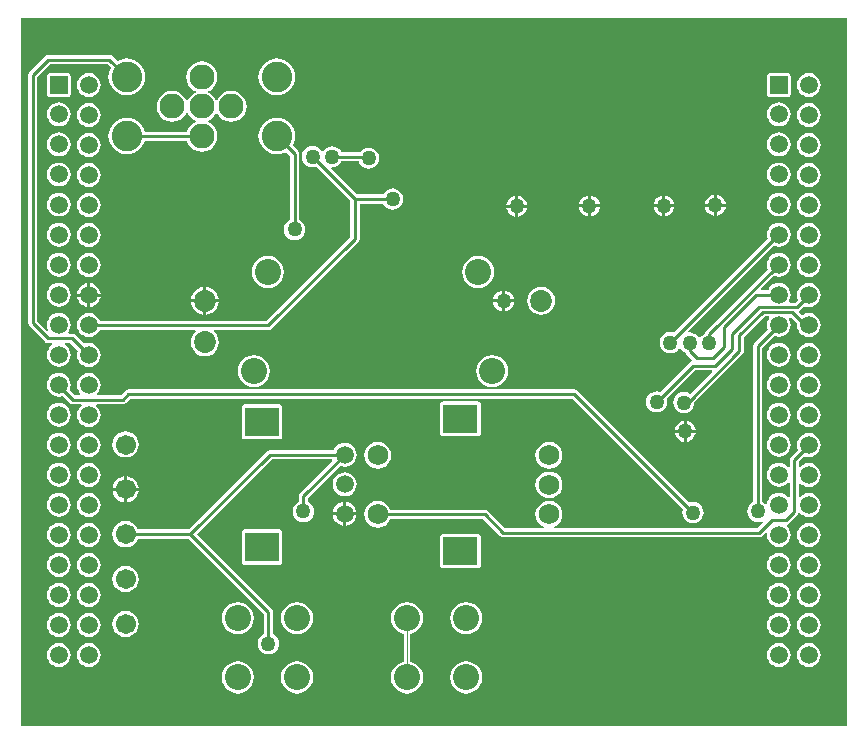
<source format=gbl>
G04 Layer_Physical_Order=2*
G04 Layer_Color=16711680*
%FSLAX23Y23*%
%MOIN*%
G70*
G01*
G75*
%ADD27C,0.010*%
%ADD28C,0.067*%
%ADD29C,0.059*%
%ADD30R,0.112X0.098*%
%ADD31C,0.087*%
%ADD32C,0.073*%
%ADD33R,0.118X0.094*%
%ADD34C,0.069*%
%ADD35R,0.059X0.059*%
%ADD36C,0.102*%
%ADD37C,0.083*%
%ADD38C,0.050*%
%ADD39C,0.000*%
G36*
X4724Y1969D02*
X1969D01*
Y4331D01*
X4724D01*
Y1969D01*
D02*
G37*
%LPC*%
G36*
X2196Y2846D02*
X2186Y2845D01*
X2177Y2841D01*
X2168Y2834D01*
X2162Y2826D01*
X2158Y2817D01*
X2157Y2806D01*
X2158Y2796D01*
X2162Y2786D01*
X2168Y2778D01*
X2177Y2772D01*
X2186Y2768D01*
X2196Y2766D01*
X2207Y2768D01*
X2216Y2772D01*
X2225Y2778D01*
X2231Y2786D01*
X2235Y2796D01*
X2236Y2806D01*
X2235Y2817D01*
X2231Y2826D01*
X2225Y2834D01*
X2216Y2841D01*
X2207Y2845D01*
X2196Y2846D01*
D02*
G37*
G36*
X2096Y2847D02*
X2086Y2846D01*
X2077Y2842D01*
X2068Y2835D01*
X2062Y2827D01*
X2058Y2817D01*
X2057Y2807D01*
X2058Y2797D01*
X2062Y2787D01*
X2068Y2779D01*
X2077Y2773D01*
X2086Y2769D01*
X2096Y2767D01*
X2107Y2769D01*
X2116Y2773D01*
X2125Y2779D01*
X2131Y2787D01*
X2135Y2797D01*
X2136Y2807D01*
X2135Y2817D01*
X2131Y2827D01*
X2125Y2835D01*
X2116Y2842D01*
X2107Y2846D01*
X2096Y2847D01*
D02*
G37*
G36*
X2314Y2802D02*
X2308Y2801D01*
X2297Y2797D01*
X2288Y2790D01*
X2281Y2781D01*
X2277Y2770D01*
X2276Y2764D01*
X2314D01*
Y2802D01*
D02*
G37*
G36*
X2324D02*
Y2764D01*
X2362D01*
X2361Y2770D01*
X2357Y2781D01*
X2350Y2790D01*
X2341Y2797D01*
X2330Y2801D01*
X2324Y2802D01*
D02*
G37*
G36*
X3049Y2914D02*
X3039Y2913D01*
X3029Y2909D01*
X3021Y2902D01*
X3015Y2894D01*
X3013Y2889D01*
X2800D01*
X2794Y2888D01*
X2789Y2885D01*
X2529Y2625D01*
X2360D01*
X2357Y2631D01*
X2350Y2640D01*
X2341Y2647D01*
X2330Y2652D01*
X2319Y2653D01*
X2308Y2652D01*
X2297Y2647D01*
X2288Y2640D01*
X2281Y2631D01*
X2277Y2621D01*
X2275Y2609D01*
X2277Y2598D01*
X2281Y2587D01*
X2288Y2578D01*
X2297Y2571D01*
X2308Y2567D01*
X2319Y2565D01*
X2330Y2567D01*
X2341Y2571D01*
X2350Y2578D01*
X2357Y2587D01*
X2360Y2594D01*
X2529D01*
X2780Y2343D01*
Y2276D01*
X2778Y2275D01*
X2770Y2269D01*
X2765Y2262D01*
X2761Y2253D01*
X2760Y2244D01*
X2761Y2235D01*
X2765Y2226D01*
X2770Y2219D01*
X2778Y2214D01*
X2786Y2210D01*
X2795Y2209D01*
X2804Y2210D01*
X2813Y2214D01*
X2820Y2219D01*
X2826Y2226D01*
X2829Y2235D01*
X2831Y2244D01*
X2829Y2253D01*
X2826Y2262D01*
X2820Y2269D01*
X2813Y2275D01*
X2811Y2276D01*
Y2349D01*
X2809Y2355D01*
X2806Y2360D01*
X2557Y2609D01*
X2807Y2859D01*
X3006D01*
X3008Y2854D01*
X2901Y2747D01*
X2897Y2742D01*
X2896Y2736D01*
Y2717D01*
X2894Y2716D01*
X2886Y2710D01*
X2881Y2703D01*
X2877Y2694D01*
X2876Y2685D01*
X2877Y2676D01*
X2881Y2667D01*
X2886Y2660D01*
X2894Y2654D01*
X2902Y2651D01*
X2911Y2650D01*
X2921Y2651D01*
X2929Y2654D01*
X2936Y2660D01*
X2942Y2667D01*
X2946Y2676D01*
X2947Y2685D01*
X2946Y2694D01*
X2942Y2703D01*
X2936Y2710D01*
X2929Y2716D01*
X2927Y2717D01*
Y2730D01*
X3034Y2837D01*
X3039Y2836D01*
X3049Y2834D01*
X3060Y2836D01*
X3069Y2839D01*
X3077Y2846D01*
X3084Y2854D01*
X3088Y2864D01*
X3089Y2874D01*
X3088Y2884D01*
X3084Y2894D01*
X3077Y2902D01*
X3069Y2909D01*
X3060Y2913D01*
X3049Y2914D01*
D02*
G37*
G36*
X2319Y2952D02*
X2308Y2951D01*
X2297Y2946D01*
X2288Y2939D01*
X2281Y2930D01*
X2277Y2920D01*
X2275Y2908D01*
X2277Y2897D01*
X2281Y2887D01*
X2288Y2877D01*
X2297Y2870D01*
X2308Y2866D01*
X2319Y2865D01*
X2330Y2866D01*
X2341Y2870D01*
X2350Y2877D01*
X2357Y2887D01*
X2361Y2897D01*
X2363Y2908D01*
X2361Y2920D01*
X2357Y2930D01*
X2350Y2939D01*
X2341Y2946D01*
X2330Y2951D01*
X2319Y2952D01*
D02*
G37*
G36*
X3159Y2917D02*
X3148Y2915D01*
X3137Y2911D01*
X3128Y2904D01*
X3121Y2894D01*
X3116Y2884D01*
X3115Y2872D01*
X3116Y2860D01*
X3121Y2850D01*
X3128Y2840D01*
X3137Y2833D01*
X3148Y2829D01*
X3159Y2827D01*
X3171Y2829D01*
X3182Y2833D01*
X3191Y2840D01*
X3198Y2850D01*
X3203Y2860D01*
X3204Y2872D01*
X3203Y2884D01*
X3198Y2894D01*
X3191Y2904D01*
X3182Y2911D01*
X3171Y2915D01*
X3159Y2917D01*
D02*
G37*
G36*
X3730D02*
X3719Y2915D01*
X3708Y2911D01*
X3699Y2904D01*
X3691Y2894D01*
X3687Y2884D01*
X3685Y2872D01*
X3687Y2860D01*
X3691Y2850D01*
X3699Y2840D01*
X3708Y2833D01*
X3719Y2829D01*
X3730Y2827D01*
X3742Y2829D01*
X3753Y2833D01*
X3762Y2840D01*
X3769Y2850D01*
X3774Y2860D01*
X3775Y2872D01*
X3774Y2884D01*
X3769Y2894D01*
X3762Y2904D01*
X3753Y2911D01*
X3742Y2915D01*
X3730Y2917D01*
D02*
G37*
G36*
X3044Y2716D02*
X3039Y2716D01*
X3029Y2712D01*
X3021Y2705D01*
X3015Y2697D01*
X3011Y2687D01*
X3010Y2682D01*
X3044D01*
Y2716D01*
D02*
G37*
G36*
X3054D02*
Y2682D01*
X3088D01*
X3088Y2687D01*
X3084Y2697D01*
X3077Y2705D01*
X3069Y2712D01*
X3060Y2716D01*
X3054Y2716D01*
D02*
G37*
G36*
X2196Y2746D02*
X2186Y2745D01*
X2177Y2741D01*
X2168Y2734D01*
X2162Y2726D01*
X2158Y2717D01*
X2157Y2706D01*
X2158Y2696D01*
X2162Y2686D01*
X2168Y2678D01*
X2177Y2672D01*
X2186Y2668D01*
X2196Y2666D01*
X2207Y2668D01*
X2216Y2672D01*
X2225Y2678D01*
X2231Y2686D01*
X2235Y2696D01*
X2236Y2706D01*
X2235Y2717D01*
X2231Y2726D01*
X2225Y2734D01*
X2216Y2741D01*
X2207Y2745D01*
X2196Y2746D01*
D02*
G37*
G36*
X2096Y2747D02*
X2086Y2746D01*
X2077Y2742D01*
X2068Y2735D01*
X2062Y2727D01*
X2058Y2717D01*
X2057Y2707D01*
X2058Y2697D01*
X2062Y2687D01*
X2068Y2679D01*
X2077Y2672D01*
X2086Y2669D01*
X2096Y2667D01*
X2107Y2669D01*
X2116Y2672D01*
X2125Y2679D01*
X2131Y2687D01*
X2135Y2697D01*
X2136Y2707D01*
X2135Y2717D01*
X2131Y2727D01*
X2125Y2735D01*
X2116Y2742D01*
X2107Y2746D01*
X2096Y2747D01*
D02*
G37*
G36*
X3730Y2818D02*
X3719Y2817D01*
X3708Y2812D01*
X3699Y2805D01*
X3691Y2796D01*
X3687Y2785D01*
X3685Y2774D01*
X3687Y2762D01*
X3691Y2751D01*
X3699Y2742D01*
X3708Y2735D01*
X3719Y2730D01*
X3730Y2729D01*
X3742Y2730D01*
X3753Y2735D01*
X3762Y2742D01*
X3769Y2751D01*
X3774Y2762D01*
X3775Y2774D01*
X3774Y2785D01*
X3769Y2796D01*
X3762Y2805D01*
X3753Y2812D01*
X3742Y2817D01*
X3730Y2818D01*
D02*
G37*
G36*
X3049Y2815D02*
X3039Y2814D01*
X3029Y2810D01*
X3021Y2804D01*
X3015Y2796D01*
X3011Y2786D01*
X3009Y2776D01*
X3011Y2765D01*
X3015Y2756D01*
X3021Y2747D01*
X3029Y2741D01*
X3039Y2737D01*
X3049Y2736D01*
X3060Y2737D01*
X3069Y2741D01*
X3077Y2747D01*
X3084Y2756D01*
X3088Y2765D01*
X3089Y2776D01*
X3088Y2786D01*
X3084Y2796D01*
X3077Y2804D01*
X3069Y2810D01*
X3060Y2814D01*
X3049Y2815D01*
D02*
G37*
G36*
X2362Y2754D02*
X2324D01*
Y2716D01*
X2330Y2717D01*
X2341Y2721D01*
X2350Y2728D01*
X2357Y2737D01*
X2361Y2748D01*
X2362Y2754D01*
D02*
G37*
G36*
X2314D02*
X2276D01*
X2277Y2748D01*
X2281Y2737D01*
X2288Y2728D01*
X2297Y2721D01*
X2308Y2717D01*
X2314Y2716D01*
Y2754D01*
D02*
G37*
G36*
X2096Y3047D02*
X2086Y3046D01*
X2077Y3042D01*
X2068Y3036D01*
X2062Y3027D01*
X2058Y3018D01*
X2057Y3007D01*
X2058Y2997D01*
X2062Y2988D01*
X2068Y2979D01*
X2077Y2973D01*
X2086Y2969D01*
X2096Y2968D01*
X2107Y2969D01*
X2116Y2973D01*
X2125Y2979D01*
X2131Y2988D01*
X2135Y2997D01*
X2136Y3007D01*
X2135Y3018D01*
X2131Y3027D01*
X2125Y3036D01*
X2116Y3042D01*
X2107Y3046D01*
X2096Y3047D01*
D02*
G37*
G36*
X4496D02*
X4486Y3046D01*
X4477Y3042D01*
X4468Y3036D01*
X4462Y3027D01*
X4458Y3018D01*
X4457Y3007D01*
X4458Y2997D01*
X4462Y2988D01*
X4468Y2979D01*
X4477Y2973D01*
X4486Y2969D01*
X4496Y2968D01*
X4507Y2969D01*
X4516Y2973D01*
X4525Y2979D01*
X4531Y2988D01*
X4535Y2997D01*
X4536Y3007D01*
X4535Y3018D01*
X4531Y3027D01*
X4525Y3036D01*
X4516Y3042D01*
X4507Y3046D01*
X4496Y3047D01*
D02*
G37*
G36*
X4189Y2987D02*
Y2958D01*
X4219D01*
X4218Y2962D01*
X4215Y2970D01*
X4209Y2977D01*
X4202Y2983D01*
X4193Y2987D01*
X4189Y2987D01*
D02*
G37*
G36*
X4596Y3046D02*
X4586Y3045D01*
X4577Y3041D01*
X4568Y3034D01*
X4562Y3026D01*
X4558Y3017D01*
X4557Y3006D01*
X4558Y2996D01*
X4562Y2986D01*
X4568Y2978D01*
X4577Y2972D01*
X4586Y2968D01*
X4596Y2966D01*
X4607Y2968D01*
X4616Y2972D01*
X4625Y2978D01*
X4631Y2986D01*
X4635Y2996D01*
X4636Y3006D01*
X4635Y3017D01*
X4631Y3026D01*
X4625Y3034D01*
X4616Y3041D01*
X4607Y3045D01*
X4596Y3046D01*
D02*
G37*
G36*
X2746Y3206D02*
X2732Y3204D01*
X2719Y3199D01*
X2708Y3191D01*
X2699Y3179D01*
X2694Y3166D01*
X2692Y3153D01*
X2694Y3139D01*
X2699Y3126D01*
X2708Y3115D01*
X2719Y3106D01*
X2732Y3101D01*
X2746Y3099D01*
X2760Y3101D01*
X2773Y3106D01*
X2784Y3115D01*
X2793Y3126D01*
X2798Y3139D01*
X2800Y3153D01*
X2798Y3166D01*
X2793Y3179D01*
X2784Y3191D01*
X2773Y3199D01*
X2760Y3204D01*
X2746Y3206D01*
D02*
G37*
G36*
X3541D02*
X3527Y3204D01*
X3514Y3199D01*
X3503Y3191D01*
X3495Y3179D01*
X3489Y3166D01*
X3488Y3153D01*
X3489Y3139D01*
X3495Y3126D01*
X3503Y3115D01*
X3514Y3106D01*
X3527Y3101D01*
X3541Y3099D01*
X3555Y3101D01*
X3568Y3106D01*
X3579Y3115D01*
X3588Y3126D01*
X3593Y3139D01*
X3595Y3153D01*
X3593Y3166D01*
X3588Y3179D01*
X3579Y3191D01*
X3568Y3199D01*
X3555Y3204D01*
X3541Y3206D01*
D02*
G37*
G36*
X4596Y3146D02*
X4586Y3145D01*
X4577Y3141D01*
X4568Y3134D01*
X4562Y3126D01*
X4558Y3117D01*
X4557Y3106D01*
X4558Y3096D01*
X4562Y3086D01*
X4568Y3078D01*
X4577Y3072D01*
X4586Y3068D01*
X4596Y3066D01*
X4607Y3068D01*
X4616Y3072D01*
X4625Y3078D01*
X4631Y3086D01*
X4635Y3096D01*
X4636Y3106D01*
X4635Y3117D01*
X4631Y3126D01*
X4625Y3134D01*
X4616Y3141D01*
X4607Y3145D01*
X4596Y3146D01*
D02*
G37*
G36*
X4496Y3147D02*
X4486Y3146D01*
X4477Y3142D01*
X4468Y3136D01*
X4462Y3128D01*
X4458Y3118D01*
X4457Y3108D01*
X4458Y3097D01*
X4462Y3088D01*
X4468Y3079D01*
X4477Y3073D01*
X4486Y3069D01*
X4496Y3068D01*
X4507Y3069D01*
X4516Y3073D01*
X4525Y3079D01*
X4531Y3088D01*
X4535Y3097D01*
X4536Y3108D01*
X4535Y3118D01*
X4531Y3128D01*
X4525Y3136D01*
X4516Y3142D01*
X4507Y3146D01*
X4496Y3147D01*
D02*
G37*
G36*
Y2947D02*
X4486Y2946D01*
X4477Y2942D01*
X4468Y2935D01*
X4462Y2927D01*
X4458Y2918D01*
X4457Y2907D01*
X4458Y2897D01*
X4462Y2887D01*
X4468Y2879D01*
X4477Y2873D01*
X4486Y2869D01*
X4496Y2867D01*
X4507Y2869D01*
X4516Y2873D01*
X4525Y2879D01*
X4531Y2887D01*
X4535Y2897D01*
X4536Y2907D01*
X4535Y2918D01*
X4531Y2927D01*
X4525Y2935D01*
X4516Y2942D01*
X4507Y2946D01*
X4496Y2947D01*
D02*
G37*
G36*
X4179Y2948D02*
X4150D01*
X4150Y2943D01*
X4154Y2935D01*
X4159Y2928D01*
X4167Y2922D01*
X4175Y2918D01*
X4179Y2918D01*
Y2948D01*
D02*
G37*
G36*
X2196Y2946D02*
X2186Y2945D01*
X2177Y2941D01*
X2168Y2934D01*
X2162Y2926D01*
X2158Y2917D01*
X2157Y2906D01*
X2158Y2896D01*
X2162Y2886D01*
X2168Y2878D01*
X2177Y2872D01*
X2186Y2868D01*
X2196Y2866D01*
X2207Y2868D01*
X2216Y2872D01*
X2225Y2878D01*
X2231Y2886D01*
X2235Y2896D01*
X2236Y2906D01*
X2235Y2917D01*
X2231Y2926D01*
X2225Y2934D01*
X2216Y2941D01*
X2207Y2945D01*
X2196Y2946D01*
D02*
G37*
G36*
X2096Y2947D02*
X2086Y2946D01*
X2077Y2942D01*
X2068Y2935D01*
X2062Y2927D01*
X2058Y2918D01*
X2057Y2907D01*
X2058Y2897D01*
X2062Y2887D01*
X2068Y2879D01*
X2077Y2873D01*
X2086Y2869D01*
X2096Y2867D01*
X2107Y2869D01*
X2116Y2873D01*
X2125Y2879D01*
X2131Y2887D01*
X2135Y2897D01*
X2136Y2907D01*
X2135Y2918D01*
X2131Y2927D01*
X2125Y2935D01*
X2116Y2942D01*
X2107Y2946D01*
X2096Y2947D01*
D02*
G37*
G36*
X3494Y3052D02*
X3376D01*
X3372Y3051D01*
X3369Y3049D01*
X3367Y3045D01*
X3366Y3041D01*
Y2947D01*
X3367Y2943D01*
X3369Y2940D01*
X3372Y2937D01*
X3376Y2937D01*
X3494D01*
X3498Y2937D01*
X3501Y2940D01*
X3504Y2943D01*
X3504Y2947D01*
Y3041D01*
X3504Y3045D01*
X3501Y3049D01*
X3498Y3051D01*
X3494Y3052D01*
D02*
G37*
G36*
X4179Y2987D02*
X4175Y2987D01*
X4167Y2983D01*
X4159Y2977D01*
X4154Y2970D01*
X4150Y2962D01*
X4150Y2958D01*
X4179D01*
Y2987D01*
D02*
G37*
G36*
X4219Y2948D02*
X4189D01*
Y2918D01*
X4193Y2918D01*
X4202Y2922D01*
X4209Y2928D01*
X4215Y2935D01*
X4218Y2943D01*
X4219Y2948D01*
D02*
G37*
G36*
X2830Y3044D02*
X2718D01*
X2714Y3043D01*
X2710Y3041D01*
X2708Y3037D01*
X2707Y3033D01*
Y2935D01*
X2708Y2931D01*
X2710Y2928D01*
X2714Y2926D01*
X2718Y2925D01*
X2830D01*
X2834Y2926D01*
X2837Y2928D01*
X2839Y2931D01*
X2840Y2935D01*
Y3033D01*
X2839Y3037D01*
X2837Y3041D01*
X2834Y3043D01*
X2830Y3044D01*
D02*
G37*
G36*
X2096Y3147D02*
X2086Y3146D01*
X2077Y3142D01*
X2068Y3136D01*
X2062Y3128D01*
X2058Y3118D01*
X2057Y3108D01*
X2058Y3097D01*
X2062Y3088D01*
X2068Y3079D01*
X2077Y3073D01*
X2086Y3069D01*
X2096Y3068D01*
X2107Y3069D01*
X2109Y3070D01*
X2132Y3047D01*
X2137Y3044D01*
X2143Y3043D01*
X2171D01*
X2173Y3038D01*
X2168Y3034D01*
X2162Y3026D01*
X2158Y3017D01*
X2157Y3006D01*
X2158Y2996D01*
X2162Y2986D01*
X2168Y2978D01*
X2177Y2972D01*
X2186Y2968D01*
X2196Y2966D01*
X2207Y2968D01*
X2216Y2972D01*
X2225Y2978D01*
X2231Y2986D01*
X2235Y2996D01*
X2236Y3006D01*
X2235Y3017D01*
X2231Y3026D01*
X2225Y3034D01*
X2220Y3038D01*
X2222Y3043D01*
X2309D01*
X2315Y3044D01*
X2320Y3047D01*
X2334Y3061D01*
X3809D01*
X4178Y2693D01*
X4177Y2690D01*
X4175Y2681D01*
X4177Y2672D01*
X4180Y2663D01*
X4186Y2656D01*
X4193Y2651D01*
X4201Y2647D01*
X4211Y2646D01*
X4220Y2647D01*
X4228Y2651D01*
X4236Y2656D01*
X4241Y2663D01*
X4245Y2672D01*
X4246Y2681D01*
X4245Y2690D01*
X4241Y2699D01*
X4236Y2706D01*
X4228Y2712D01*
X4220Y2715D01*
X4211Y2716D01*
X4201Y2715D01*
X4199Y2714D01*
X3826Y3088D01*
X3821Y3091D01*
X3815Y3092D01*
X2328D01*
X2322Y3091D01*
X2317Y3088D01*
X2303Y3073D01*
X2226D01*
X2225Y3077D01*
X2225Y3078D01*
X2231Y3086D01*
X2235Y3096D01*
X2236Y3106D01*
X2235Y3117D01*
X2231Y3126D01*
X2225Y3134D01*
X2216Y3141D01*
X2207Y3145D01*
X2196Y3146D01*
X2186Y3145D01*
X2177Y3141D01*
X2168Y3134D01*
X2162Y3126D01*
X2158Y3117D01*
X2157Y3106D01*
X2158Y3096D01*
X2162Y3086D01*
X2168Y3078D01*
X2168Y3077D01*
X2167Y3073D01*
X2149D01*
X2132Y3090D01*
X2135Y3097D01*
X2136Y3108D01*
X2135Y3118D01*
X2131Y3128D01*
X2125Y3136D01*
X2116Y3142D01*
X2107Y3146D01*
X2096Y3147D01*
D02*
G37*
G36*
X4596Y2346D02*
X4586Y2345D01*
X4577Y2341D01*
X4568Y2334D01*
X4562Y2326D01*
X4558Y2317D01*
X4557Y2306D01*
X4558Y2296D01*
X4562Y2286D01*
X4568Y2278D01*
X4577Y2272D01*
X4586Y2268D01*
X4596Y2266D01*
X4607Y2268D01*
X4616Y2272D01*
X4625Y2278D01*
X4631Y2286D01*
X4635Y2296D01*
X4636Y2306D01*
X4635Y2317D01*
X4631Y2326D01*
X4625Y2334D01*
X4616Y2341D01*
X4607Y2345D01*
X4596Y2346D01*
D02*
G37*
G36*
X2096Y2346D02*
X2086Y2345D01*
X2077Y2341D01*
X2068Y2335D01*
X2062Y2326D01*
X2058Y2317D01*
X2057Y2306D01*
X2058Y2296D01*
X2062Y2287D01*
X2068Y2278D01*
X2077Y2272D01*
X2086Y2268D01*
X2096Y2267D01*
X2107Y2268D01*
X2116Y2272D01*
X2125Y2278D01*
X2131Y2287D01*
X2135Y2296D01*
X2136Y2306D01*
X2135Y2317D01*
X2131Y2326D01*
X2125Y2335D01*
X2116Y2341D01*
X2107Y2345D01*
X2096Y2346D01*
D02*
G37*
G36*
X2319Y2354D02*
X2308Y2352D01*
X2297Y2348D01*
X2288Y2341D01*
X2281Y2332D01*
X2277Y2321D01*
X2275Y2310D01*
X2277Y2299D01*
X2281Y2288D01*
X2288Y2279D01*
X2297Y2272D01*
X2308Y2268D01*
X2319Y2266D01*
X2330Y2268D01*
X2341Y2272D01*
X2350Y2279D01*
X2357Y2288D01*
X2361Y2299D01*
X2363Y2310D01*
X2361Y2321D01*
X2357Y2332D01*
X2350Y2341D01*
X2341Y2348D01*
X2330Y2352D01*
X2319Y2354D01*
D02*
G37*
G36*
X2196Y2346D02*
X2186Y2345D01*
X2177Y2341D01*
X2168Y2334D01*
X2162Y2326D01*
X2158Y2317D01*
X2157Y2306D01*
X2158Y2296D01*
X2162Y2286D01*
X2168Y2278D01*
X2177Y2272D01*
X2186Y2268D01*
X2196Y2266D01*
X2207Y2268D01*
X2216Y2272D01*
X2225Y2278D01*
X2231Y2286D01*
X2235Y2296D01*
X2236Y2306D01*
X2235Y2317D01*
X2231Y2326D01*
X2225Y2334D01*
X2216Y2341D01*
X2207Y2345D01*
X2196Y2346D01*
D02*
G37*
G36*
X2890Y2383D02*
X2876Y2381D01*
X2863Y2375D01*
X2852Y2367D01*
X2843Y2356D01*
X2838Y2343D01*
X2836Y2329D01*
X2838Y2315D01*
X2843Y2302D01*
X2852Y2291D01*
X2863Y2282D01*
X2876Y2277D01*
X2890Y2275D01*
X2904Y2277D01*
X2917Y2282D01*
X2928Y2291D01*
X2936Y2302D01*
X2942Y2315D01*
X2944Y2329D01*
X2942Y2343D01*
X2936Y2356D01*
X2928Y2367D01*
X2917Y2375D01*
X2904Y2381D01*
X2890Y2383D01*
D02*
G37*
G36*
X3454D02*
X3440Y2381D01*
X3427Y2375D01*
X3416Y2367D01*
X3407Y2356D01*
X3402Y2343D01*
X3400Y2329D01*
X3402Y2315D01*
X3407Y2302D01*
X3416Y2291D01*
X3427Y2282D01*
X3440Y2277D01*
X3454Y2275D01*
X3468Y2277D01*
X3481Y2282D01*
X3492Y2291D01*
X3500Y2302D01*
X3506Y2315D01*
X3508Y2329D01*
X3506Y2343D01*
X3500Y2356D01*
X3492Y2367D01*
X3481Y2375D01*
X3468Y2381D01*
X3454Y2383D01*
D02*
G37*
G36*
X4496Y2346D02*
X4486Y2345D01*
X4477Y2341D01*
X4468Y2335D01*
X4462Y2326D01*
X4458Y2317D01*
X4457Y2306D01*
X4458Y2296D01*
X4462Y2287D01*
X4468Y2278D01*
X4477Y2272D01*
X4486Y2268D01*
X4496Y2267D01*
X4507Y2268D01*
X4516Y2272D01*
X4525Y2278D01*
X4531Y2287D01*
X4535Y2296D01*
X4536Y2306D01*
X4535Y2317D01*
X4531Y2326D01*
X4525Y2335D01*
X4516Y2341D01*
X4507Y2345D01*
X4496Y2346D01*
D02*
G37*
G36*
X2693Y2383D02*
X2679Y2381D01*
X2666Y2375D01*
X2655Y2367D01*
X2646Y2356D01*
X2641Y2343D01*
X2639Y2329D01*
X2641Y2315D01*
X2646Y2302D01*
X2655Y2291D01*
X2666Y2282D01*
X2679Y2277D01*
X2693Y2275D01*
X2707Y2277D01*
X2720Y2282D01*
X2731Y2291D01*
X2739Y2302D01*
X2745Y2315D01*
X2747Y2329D01*
X2745Y2343D01*
X2739Y2356D01*
X2731Y2367D01*
X2720Y2375D01*
X2707Y2381D01*
X2693Y2383D01*
D02*
G37*
G36*
X3257D02*
X3243Y2381D01*
X3230Y2375D01*
X3219Y2367D01*
X3210Y2356D01*
X3205Y2343D01*
X3203Y2329D01*
X3205Y2315D01*
X3210Y2302D01*
X3219Y2291D01*
X3230Y2282D01*
X3243Y2277D01*
X3247Y2276D01*
Y2184D01*
X3243Y2184D01*
X3230Y2178D01*
X3219Y2170D01*
X3210Y2159D01*
X3205Y2146D01*
X3203Y2132D01*
X3205Y2118D01*
X3210Y2105D01*
X3219Y2094D01*
X3230Y2085D01*
X3243Y2080D01*
X3257Y2078D01*
X3271Y2080D01*
X3284Y2085D01*
X3295Y2094D01*
X3303Y2105D01*
X3309Y2118D01*
X3311Y2132D01*
X3309Y2146D01*
X3303Y2159D01*
X3295Y2170D01*
X3284Y2178D01*
X3271Y2184D01*
X3267Y2184D01*
Y2276D01*
X3271Y2277D01*
X3284Y2282D01*
X3295Y2291D01*
X3303Y2302D01*
X3309Y2315D01*
X3311Y2329D01*
X3309Y2343D01*
X3303Y2356D01*
X3295Y2367D01*
X3284Y2375D01*
X3271Y2381D01*
X3257Y2383D01*
D02*
G37*
G36*
X3454Y2186D02*
X3440Y2184D01*
X3427Y2178D01*
X3416Y2170D01*
X3407Y2159D01*
X3402Y2146D01*
X3400Y2132D01*
X3402Y2118D01*
X3407Y2105D01*
X3416Y2094D01*
X3427Y2085D01*
X3440Y2080D01*
X3454Y2078D01*
X3468Y2080D01*
X3481Y2085D01*
X3492Y2094D01*
X3500Y2105D01*
X3506Y2118D01*
X3508Y2132D01*
X3506Y2146D01*
X3500Y2159D01*
X3492Y2170D01*
X3481Y2178D01*
X3468Y2184D01*
X3454Y2186D01*
D02*
G37*
G36*
X2693D02*
X2679Y2184D01*
X2666Y2178D01*
X2655Y2170D01*
X2646Y2159D01*
X2641Y2146D01*
X2639Y2132D01*
X2641Y2118D01*
X2646Y2105D01*
X2655Y2094D01*
X2666Y2085D01*
X2679Y2080D01*
X2693Y2078D01*
X2707Y2080D01*
X2720Y2085D01*
X2731Y2094D01*
X2739Y2105D01*
X2745Y2118D01*
X2747Y2132D01*
X2745Y2146D01*
X2739Y2159D01*
X2731Y2170D01*
X2720Y2178D01*
X2707Y2184D01*
X2693Y2186D01*
D02*
G37*
G36*
X2890D02*
X2876Y2184D01*
X2863Y2178D01*
X2852Y2170D01*
X2843Y2159D01*
X2838Y2146D01*
X2836Y2132D01*
X2838Y2118D01*
X2843Y2105D01*
X2852Y2094D01*
X2863Y2085D01*
X2876Y2080D01*
X2890Y2078D01*
X2904Y2080D01*
X2917Y2085D01*
X2928Y2094D01*
X2936Y2105D01*
X2942Y2118D01*
X2944Y2132D01*
X2942Y2146D01*
X2936Y2159D01*
X2928Y2170D01*
X2917Y2178D01*
X2904Y2184D01*
X2890Y2186D01*
D02*
G37*
G36*
X2096Y2246D02*
X2086Y2245D01*
X2077Y2241D01*
X2068Y2234D01*
X2062Y2226D01*
X2058Y2217D01*
X2057Y2206D01*
X2058Y2196D01*
X2062Y2186D01*
X2068Y2178D01*
X2077Y2172D01*
X2086Y2168D01*
X2096Y2166D01*
X2107Y2168D01*
X2116Y2172D01*
X2125Y2178D01*
X2131Y2186D01*
X2135Y2196D01*
X2136Y2206D01*
X2135Y2217D01*
X2131Y2226D01*
X2125Y2234D01*
X2116Y2241D01*
X2107Y2245D01*
X2096Y2246D01*
D02*
G37*
G36*
X4496D02*
X4486Y2245D01*
X4477Y2241D01*
X4468Y2234D01*
X4462Y2226D01*
X4458Y2217D01*
X4457Y2206D01*
X4458Y2196D01*
X4462Y2186D01*
X4468Y2178D01*
X4477Y2172D01*
X4486Y2168D01*
X4496Y2166D01*
X4507Y2168D01*
X4516Y2172D01*
X4525Y2178D01*
X4531Y2186D01*
X4535Y2196D01*
X4536Y2206D01*
X4535Y2217D01*
X4531Y2226D01*
X4525Y2234D01*
X4516Y2241D01*
X4507Y2245D01*
X4496Y2246D01*
D02*
G37*
G36*
X2196Y2246D02*
X2186Y2245D01*
X2177Y2241D01*
X2168Y2234D01*
X2162Y2226D01*
X2158Y2217D01*
X2157Y2206D01*
X2158Y2196D01*
X2162Y2186D01*
X2168Y2178D01*
X2177Y2172D01*
X2186Y2168D01*
X2196Y2166D01*
X2207Y2168D01*
X2216Y2172D01*
X2225Y2178D01*
X2231Y2186D01*
X2235Y2196D01*
X2236Y2206D01*
X2235Y2217D01*
X2231Y2226D01*
X2225Y2234D01*
X2216Y2241D01*
X2207Y2245D01*
X2196Y2246D01*
D02*
G37*
G36*
X4596D02*
X4586Y2245D01*
X4577Y2241D01*
X4568Y2234D01*
X4562Y2226D01*
X4558Y2217D01*
X4557Y2206D01*
X4558Y2196D01*
X4562Y2186D01*
X4568Y2178D01*
X4577Y2172D01*
X4586Y2168D01*
X4596Y2166D01*
X4607Y2168D01*
X4616Y2172D01*
X4625Y2178D01*
X4631Y2186D01*
X4635Y2196D01*
X4636Y2206D01*
X4635Y2217D01*
X4631Y2226D01*
X4625Y2234D01*
X4616Y2241D01*
X4607Y2245D01*
X4596Y2246D01*
D02*
G37*
G36*
X2830Y2626D02*
X2718D01*
X2714Y2626D01*
X2710Y2623D01*
X2708Y2620D01*
X2707Y2616D01*
Y2518D01*
X2708Y2514D01*
X2710Y2511D01*
X2714Y2508D01*
X2718Y2508D01*
X2830D01*
X2834Y2508D01*
X2837Y2511D01*
X2839Y2514D01*
X2840Y2518D01*
Y2616D01*
X2839Y2620D01*
X2837Y2623D01*
X2834Y2626D01*
X2830Y2626D01*
D02*
G37*
G36*
X2196Y2646D02*
X2186Y2645D01*
X2177Y2641D01*
X2168Y2634D01*
X2162Y2626D01*
X2158Y2617D01*
X2157Y2606D01*
X2158Y2596D01*
X2162Y2586D01*
X2168Y2578D01*
X2177Y2572D01*
X2186Y2568D01*
X2196Y2566D01*
X2207Y2568D01*
X2216Y2572D01*
X2225Y2578D01*
X2231Y2586D01*
X2235Y2596D01*
X2236Y2606D01*
X2235Y2617D01*
X2231Y2626D01*
X2225Y2634D01*
X2216Y2641D01*
X2207Y2645D01*
X2196Y2646D01*
D02*
G37*
G36*
X4496Y2547D02*
X4486Y2545D01*
X4477Y2541D01*
X4468Y2535D01*
X4462Y2527D01*
X4458Y2517D01*
X4457Y2507D01*
X4458Y2496D01*
X4462Y2487D01*
X4468Y2479D01*
X4477Y2472D01*
X4486Y2468D01*
X4496Y2467D01*
X4507Y2468D01*
X4516Y2472D01*
X4525Y2479D01*
X4531Y2487D01*
X4535Y2496D01*
X4536Y2507D01*
X4535Y2517D01*
X4531Y2527D01*
X4525Y2535D01*
X4516Y2541D01*
X4507Y2545D01*
X4496Y2547D01*
D02*
G37*
G36*
X3494Y2611D02*
X3376D01*
X3372Y2610D01*
X3369Y2608D01*
X3367Y2604D01*
X3366Y2600D01*
Y2506D01*
X3367Y2502D01*
X3369Y2499D01*
X3372Y2496D01*
X3376Y2496D01*
X3494D01*
X3498Y2496D01*
X3501Y2499D01*
X3504Y2502D01*
X3504Y2506D01*
Y2600D01*
X3504Y2604D01*
X3501Y2608D01*
X3498Y2610D01*
X3494Y2611D01*
D02*
G37*
G36*
X3044Y2672D02*
X3010D01*
X3011Y2667D01*
X3015Y2657D01*
X3021Y2649D01*
X3029Y2643D01*
X3039Y2639D01*
X3044Y2638D01*
Y2672D01*
D02*
G37*
G36*
X3088D02*
X3054D01*
Y2638D01*
X3060Y2639D01*
X3069Y2643D01*
X3077Y2649D01*
X3084Y2657D01*
X3088Y2667D01*
X3088Y2672D01*
D02*
G37*
G36*
X4596Y2646D02*
X4586Y2645D01*
X4577Y2641D01*
X4568Y2634D01*
X4562Y2626D01*
X4558Y2617D01*
X4557Y2606D01*
X4558Y2596D01*
X4562Y2586D01*
X4568Y2578D01*
X4577Y2572D01*
X4586Y2568D01*
X4596Y2566D01*
X4607Y2568D01*
X4616Y2572D01*
X4625Y2578D01*
X4631Y2586D01*
X4635Y2596D01*
X4636Y2606D01*
X4635Y2617D01*
X4631Y2626D01*
X4625Y2634D01*
X4616Y2641D01*
X4607Y2645D01*
X4596Y2646D01*
D02*
G37*
G36*
X2096Y2647D02*
X2086Y2645D01*
X2077Y2641D01*
X2068Y2635D01*
X2062Y2627D01*
X2058Y2617D01*
X2057Y2607D01*
X2058Y2597D01*
X2062Y2587D01*
X2068Y2579D01*
X2077Y2572D01*
X2086Y2568D01*
X2096Y2567D01*
X2107Y2568D01*
X2116Y2572D01*
X2125Y2579D01*
X2131Y2587D01*
X2135Y2597D01*
X2136Y2607D01*
X2135Y2617D01*
X2131Y2627D01*
X2125Y2635D01*
X2116Y2641D01*
X2107Y2645D01*
X2096Y2647D01*
D02*
G37*
G36*
Y2446D02*
X2086Y2445D01*
X2077Y2441D01*
X2068Y2435D01*
X2062Y2427D01*
X2058Y2417D01*
X2057Y2407D01*
X2058Y2396D01*
X2062Y2387D01*
X2068Y2378D01*
X2077Y2372D01*
X2086Y2368D01*
X2096Y2367D01*
X2107Y2368D01*
X2116Y2372D01*
X2125Y2378D01*
X2131Y2387D01*
X2135Y2396D01*
X2136Y2407D01*
X2135Y2417D01*
X2131Y2427D01*
X2125Y2435D01*
X2116Y2441D01*
X2107Y2445D01*
X2096Y2446D01*
D02*
G37*
G36*
X4496D02*
X4486Y2445D01*
X4477Y2441D01*
X4468Y2435D01*
X4462Y2427D01*
X4458Y2417D01*
X4457Y2407D01*
X4458Y2396D01*
X4462Y2387D01*
X4468Y2378D01*
X4477Y2372D01*
X4486Y2368D01*
X4496Y2367D01*
X4507Y2368D01*
X4516Y2372D01*
X4525Y2378D01*
X4531Y2387D01*
X4535Y2396D01*
X4536Y2407D01*
X4535Y2417D01*
X4531Y2427D01*
X4525Y2435D01*
X4516Y2441D01*
X4507Y2445D01*
X4496Y2446D01*
D02*
G37*
G36*
X2196Y2446D02*
X2186Y2445D01*
X2177Y2441D01*
X2168Y2434D01*
X2162Y2426D01*
X2158Y2417D01*
X2157Y2406D01*
X2158Y2396D01*
X2162Y2386D01*
X2168Y2378D01*
X2177Y2372D01*
X2186Y2368D01*
X2196Y2366D01*
X2207Y2368D01*
X2216Y2372D01*
X2225Y2378D01*
X2231Y2386D01*
X2235Y2396D01*
X2236Y2406D01*
X2235Y2417D01*
X2231Y2426D01*
X2225Y2434D01*
X2216Y2441D01*
X2207Y2445D01*
X2196Y2446D01*
D02*
G37*
G36*
X4596D02*
X4586Y2445D01*
X4577Y2441D01*
X4568Y2434D01*
X4562Y2426D01*
X4558Y2417D01*
X4557Y2406D01*
X4558Y2396D01*
X4562Y2386D01*
X4568Y2378D01*
X4577Y2372D01*
X4586Y2368D01*
X4596Y2366D01*
X4607Y2368D01*
X4616Y2372D01*
X4625Y2378D01*
X4631Y2386D01*
X4635Y2396D01*
X4636Y2406D01*
X4635Y2417D01*
X4631Y2426D01*
X4625Y2434D01*
X4616Y2441D01*
X4607Y2445D01*
X4596Y2446D01*
D02*
G37*
G36*
Y2546D02*
X4586Y2545D01*
X4577Y2541D01*
X4568Y2534D01*
X4562Y2526D01*
X4558Y2517D01*
X4557Y2506D01*
X4558Y2496D01*
X4562Y2486D01*
X4568Y2478D01*
X4577Y2472D01*
X4586Y2468D01*
X4596Y2466D01*
X4607Y2468D01*
X4616Y2472D01*
X4625Y2478D01*
X4631Y2486D01*
X4635Y2496D01*
X4636Y2506D01*
X4635Y2517D01*
X4631Y2526D01*
X4625Y2534D01*
X4616Y2541D01*
X4607Y2545D01*
X4596Y2546D01*
D02*
G37*
G36*
X2096Y2547D02*
X2086Y2545D01*
X2077Y2541D01*
X2068Y2535D01*
X2062Y2527D01*
X2058Y2517D01*
X2057Y2507D01*
X2058Y2496D01*
X2062Y2487D01*
X2068Y2479D01*
X2077Y2472D01*
X2086Y2468D01*
X2096Y2467D01*
X2107Y2468D01*
X2116Y2472D01*
X2125Y2479D01*
X2131Y2487D01*
X2135Y2496D01*
X2136Y2507D01*
X2135Y2517D01*
X2131Y2527D01*
X2125Y2535D01*
X2116Y2541D01*
X2107Y2545D01*
X2096Y2547D01*
D02*
G37*
G36*
X2319Y2503D02*
X2308Y2502D01*
X2297Y2498D01*
X2288Y2491D01*
X2281Y2482D01*
X2277Y2471D01*
X2275Y2460D01*
X2277Y2448D01*
X2281Y2438D01*
X2288Y2429D01*
X2297Y2422D01*
X2308Y2417D01*
X2319Y2416D01*
X2330Y2417D01*
X2341Y2422D01*
X2350Y2429D01*
X2357Y2438D01*
X2361Y2448D01*
X2363Y2460D01*
X2361Y2471D01*
X2357Y2482D01*
X2350Y2491D01*
X2341Y2498D01*
X2330Y2502D01*
X2319Y2503D01*
D02*
G37*
G36*
X2196Y2546D02*
X2186Y2545D01*
X2177Y2541D01*
X2168Y2534D01*
X2162Y2526D01*
X2158Y2517D01*
X2157Y2506D01*
X2158Y2496D01*
X2162Y2486D01*
X2168Y2478D01*
X2177Y2472D01*
X2186Y2468D01*
X2196Y2466D01*
X2207Y2468D01*
X2216Y2472D01*
X2225Y2478D01*
X2231Y2486D01*
X2235Y2496D01*
X2236Y2506D01*
X2235Y2517D01*
X2231Y2526D01*
X2225Y2534D01*
X2216Y2541D01*
X2207Y2545D01*
X2196Y2546D01*
D02*
G37*
G36*
X4118Y3738D02*
Y3709D01*
X4148D01*
X4147Y3713D01*
X4144Y3721D01*
X4138Y3729D01*
X4131Y3734D01*
X4122Y3738D01*
X4118Y3738D01*
D02*
G37*
G36*
X4279Y3740D02*
X4275Y3740D01*
X4267Y3736D01*
X4259Y3731D01*
X4254Y3723D01*
X4250Y3715D01*
X4250Y3711D01*
X4279D01*
Y3740D01*
D02*
G37*
G36*
X3870Y3738D02*
Y3709D01*
X3900D01*
X3899Y3713D01*
X3896Y3721D01*
X3890Y3729D01*
X3883Y3734D01*
X3874Y3738D01*
X3870Y3738D01*
D02*
G37*
G36*
X4108D02*
X4104Y3738D01*
X4096Y3734D01*
X4088Y3729D01*
X4083Y3721D01*
X4079Y3713D01*
X4079Y3709D01*
X4108D01*
Y3738D01*
D02*
G37*
G36*
X4596Y3846D02*
X4586Y3845D01*
X4577Y3841D01*
X4568Y3834D01*
X4562Y3826D01*
X4558Y3817D01*
X4557Y3806D01*
X4558Y3796D01*
X4562Y3786D01*
X4568Y3778D01*
X4577Y3772D01*
X4586Y3768D01*
X4596Y3766D01*
X4607Y3768D01*
X4616Y3772D01*
X4625Y3778D01*
X4631Y3786D01*
X4635Y3796D01*
X4636Y3806D01*
X4635Y3817D01*
X4631Y3826D01*
X4625Y3834D01*
X4616Y3841D01*
X4607Y3845D01*
X4596Y3846D01*
D02*
G37*
G36*
X2096Y3848D02*
X2086Y3847D01*
X2077Y3843D01*
X2068Y3837D01*
X2062Y3829D01*
X2058Y3819D01*
X2057Y3809D01*
X2058Y3798D01*
X2062Y3789D01*
X2068Y3780D01*
X2077Y3774D01*
X2086Y3770D01*
X2096Y3769D01*
X2107Y3770D01*
X2116Y3774D01*
X2125Y3780D01*
X2131Y3789D01*
X2135Y3798D01*
X2136Y3809D01*
X2135Y3819D01*
X2131Y3829D01*
X2125Y3837D01*
X2116Y3843D01*
X2107Y3847D01*
X2096Y3848D01*
D02*
G37*
G36*
X4289Y3740D02*
Y3711D01*
X4319D01*
X4319Y3715D01*
X4315Y3723D01*
X4309Y3731D01*
X4302Y3736D01*
X4294Y3740D01*
X4289Y3740D01*
D02*
G37*
G36*
X2196Y3846D02*
X2186Y3845D01*
X2177Y3841D01*
X2168Y3834D01*
X2162Y3826D01*
X2158Y3817D01*
X2157Y3806D01*
X2158Y3796D01*
X2162Y3786D01*
X2168Y3778D01*
X2177Y3772D01*
X2186Y3768D01*
X2196Y3766D01*
X2207Y3768D01*
X2216Y3772D01*
X2225Y3778D01*
X2231Y3786D01*
X2235Y3796D01*
X2236Y3806D01*
X2235Y3817D01*
X2231Y3826D01*
X2225Y3834D01*
X2216Y3841D01*
X2207Y3845D01*
X2196Y3846D01*
D02*
G37*
G36*
X4148Y3699D02*
X4118D01*
Y3669D01*
X4122Y3670D01*
X4131Y3673D01*
X4138Y3679D01*
X4144Y3686D01*
X4147Y3695D01*
X4148Y3699D01*
D02*
G37*
G36*
X4279Y3701D02*
X4250D01*
X4250Y3697D01*
X4254Y3688D01*
X4259Y3681D01*
X4267Y3675D01*
X4275Y3672D01*
X4279Y3671D01*
Y3701D01*
D02*
G37*
G36*
X3900Y3699D02*
X3870D01*
Y3669D01*
X3874Y3670D01*
X3883Y3673D01*
X3890Y3679D01*
X3896Y3686D01*
X3899Y3695D01*
X3900Y3699D01*
D02*
G37*
G36*
X4108D02*
X4079D01*
X4079Y3695D01*
X4083Y3686D01*
X4088Y3679D01*
X4096Y3673D01*
X4104Y3670D01*
X4108Y3669D01*
Y3699D01*
D02*
G37*
G36*
X3628Y3737D02*
Y3708D01*
X3658D01*
X3657Y3712D01*
X3654Y3720D01*
X3648Y3728D01*
X3641Y3733D01*
X3632Y3737D01*
X3628Y3737D01*
D02*
G37*
G36*
X3860Y3738D02*
X3856Y3738D01*
X3848Y3734D01*
X3840Y3729D01*
X3835Y3721D01*
X3831Y3713D01*
X3831Y3709D01*
X3860D01*
Y3738D01*
D02*
G37*
G36*
X4319Y3701D02*
X4289D01*
Y3671D01*
X4294Y3672D01*
X4302Y3675D01*
X4309Y3681D01*
X4315Y3688D01*
X4319Y3697D01*
X4319Y3701D01*
D02*
G37*
G36*
X3618Y3737D02*
X3614Y3737D01*
X3605Y3733D01*
X3598Y3728D01*
X3592Y3720D01*
X3589Y3712D01*
X3588Y3708D01*
X3618D01*
Y3737D01*
D02*
G37*
G36*
X4496Y3848D02*
X4486Y3847D01*
X4477Y3843D01*
X4468Y3837D01*
X4462Y3829D01*
X4458Y3819D01*
X4457Y3809D01*
X4458Y3798D01*
X4462Y3789D01*
X4468Y3780D01*
X4477Y3774D01*
X4486Y3770D01*
X4496Y3769D01*
X4507Y3770D01*
X4516Y3774D01*
X4525Y3780D01*
X4531Y3789D01*
X4535Y3798D01*
X4536Y3809D01*
X4535Y3819D01*
X4531Y3829D01*
X4525Y3837D01*
X4516Y3843D01*
X4507Y3847D01*
X4496Y3848D01*
D02*
G37*
G36*
X2196Y4146D02*
X2186Y4145D01*
X2177Y4141D01*
X2168Y4134D01*
X2162Y4126D01*
X2158Y4117D01*
X2157Y4106D01*
X2158Y4096D01*
X2162Y4086D01*
X2168Y4078D01*
X2177Y4072D01*
X2186Y4068D01*
X2196Y4066D01*
X2207Y4068D01*
X2216Y4072D01*
X2225Y4078D01*
X2231Y4086D01*
X2235Y4096D01*
X2236Y4106D01*
X2235Y4117D01*
X2231Y4126D01*
X2225Y4134D01*
X2216Y4141D01*
X2207Y4145D01*
X2196Y4146D01*
D02*
G37*
G36*
X4596D02*
X4586Y4145D01*
X4577Y4141D01*
X4568Y4134D01*
X4562Y4126D01*
X4558Y4117D01*
X4557Y4106D01*
X4558Y4096D01*
X4562Y4086D01*
X4568Y4078D01*
X4577Y4072D01*
X4586Y4068D01*
X4596Y4066D01*
X4607Y4068D01*
X4616Y4072D01*
X4625Y4078D01*
X4631Y4086D01*
X4635Y4096D01*
X4636Y4106D01*
X4635Y4117D01*
X4631Y4126D01*
X4625Y4134D01*
X4616Y4141D01*
X4607Y4145D01*
X4596Y4146D01*
D02*
G37*
G36*
X4496Y4049D02*
X4486Y4047D01*
X4477Y4043D01*
X4468Y4037D01*
X4462Y4029D01*
X4458Y4019D01*
X4457Y4009D01*
X4458Y3999D01*
X4462Y3989D01*
X4468Y3981D01*
X4477Y3974D01*
X4486Y3970D01*
X4496Y3969D01*
X4507Y3970D01*
X4516Y3974D01*
X4525Y3981D01*
X4531Y3989D01*
X4535Y3999D01*
X4536Y4009D01*
X4535Y4019D01*
X4531Y4029D01*
X4525Y4037D01*
X4516Y4043D01*
X4507Y4047D01*
X4496Y4049D01*
D02*
G37*
G36*
X2573Y4185D02*
X2559Y4183D01*
X2547Y4178D01*
X2536Y4170D01*
X2528Y4159D01*
X2523Y4146D01*
X2521Y4133D01*
X2523Y4120D01*
X2528Y4107D01*
X2536Y4096D01*
X2547Y4088D01*
X2552Y4086D01*
Y4081D01*
X2547Y4079D01*
X2536Y4071D01*
X2528Y4060D01*
X2526Y4056D01*
X2521D01*
X2519Y4060D01*
X2511Y4071D01*
X2500Y4079D01*
X2488Y4085D01*
X2474Y4086D01*
X2461Y4085D01*
X2448Y4079D01*
X2438Y4071D01*
X2429Y4060D01*
X2424Y4048D01*
X2423Y4035D01*
X2424Y4021D01*
X2429Y4009D01*
X2438Y3998D01*
X2448Y3990D01*
X2461Y3985D01*
X2474Y3983D01*
X2488Y3985D01*
X2500Y3990D01*
X2511Y3998D01*
X2519Y4009D01*
X2521Y4013D01*
X2526D01*
X2528Y4009D01*
X2536Y3998D01*
X2547Y3990D01*
X2552Y3988D01*
Y3983D01*
X2547Y3981D01*
X2536Y3973D01*
X2528Y3962D01*
X2524Y3951D01*
X2382D01*
X2380Y3960D01*
X2374Y3970D01*
X2366Y3979D01*
X2357Y3987D01*
X2346Y3993D01*
X2335Y3996D01*
X2323Y3998D01*
X2311Y3996D01*
X2299Y3993D01*
X2289Y3987D01*
X2279Y3979D01*
X2272Y3970D01*
X2266Y3960D01*
X2263Y3948D01*
X2261Y3936D01*
X2263Y3924D01*
X2266Y3912D01*
X2272Y3902D01*
X2279Y3893D01*
X2289Y3885D01*
X2299Y3879D01*
X2311Y3876D01*
X2323Y3875D01*
X2335Y3876D01*
X2346Y3879D01*
X2357Y3885D01*
X2366Y3893D01*
X2374Y3902D01*
X2380Y3912D01*
X2382Y3921D01*
X2524D01*
X2528Y3910D01*
X2536Y3899D01*
X2547Y3891D01*
X2559Y3886D01*
X2573Y3884D01*
X2586Y3886D01*
X2599Y3891D01*
X2609Y3899D01*
X2618Y3910D01*
X2623Y3923D01*
X2625Y3936D01*
X2623Y3949D01*
X2618Y3962D01*
X2609Y3973D01*
X2599Y3981D01*
X2594Y3983D01*
Y3988D01*
X2599Y3990D01*
X2609Y3998D01*
X2618Y4009D01*
X2620Y4013D01*
X2625D01*
X2626Y4009D01*
X2635Y3998D01*
X2645Y3990D01*
X2658Y3985D01*
X2671Y3983D01*
X2685Y3985D01*
X2697Y3990D01*
X2708Y3998D01*
X2716Y4009D01*
X2721Y4021D01*
X2723Y4035D01*
X2721Y4048D01*
X2716Y4060D01*
X2708Y4071D01*
X2697Y4079D01*
X2685Y4085D01*
X2671Y4086D01*
X2658Y4085D01*
X2645Y4079D01*
X2635Y4071D01*
X2626Y4060D01*
X2625Y4056D01*
X2620D01*
X2618Y4060D01*
X2609Y4071D01*
X2599Y4079D01*
X2594Y4081D01*
Y4086D01*
X2599Y4088D01*
X2609Y4096D01*
X2618Y4107D01*
X2623Y4120D01*
X2625Y4133D01*
X2623Y4146D01*
X2618Y4159D01*
X2609Y4170D01*
X2599Y4178D01*
X2586Y4183D01*
X2573Y4185D01*
D02*
G37*
G36*
X2265Y4206D02*
X2060D01*
X2054Y4205D01*
X2049Y4202D01*
X1999Y4152D01*
X1996Y4147D01*
X1995Y4141D01*
Y3313D01*
X1996Y3307D01*
X1999Y3302D01*
X2050Y3251D01*
X2055Y3248D01*
X2061Y3247D01*
X2074D01*
X2075Y3245D01*
X2076Y3242D01*
X2068Y3236D01*
X2062Y3228D01*
X2058Y3218D01*
X2057Y3208D01*
X2058Y3197D01*
X2062Y3188D01*
X2068Y3180D01*
X2077Y3173D01*
X2086Y3169D01*
X2096Y3168D01*
X2107Y3169D01*
X2116Y3173D01*
X2125Y3180D01*
X2131Y3188D01*
X2135Y3197D01*
X2136Y3208D01*
X2135Y3218D01*
X2131Y3228D01*
X2125Y3236D01*
X2117Y3242D01*
X2118Y3245D01*
X2119Y3247D01*
X2135D01*
X2160Y3221D01*
X2158Y3217D01*
X2157Y3206D01*
X2158Y3196D01*
X2162Y3186D01*
X2168Y3178D01*
X2177Y3172D01*
X2186Y3168D01*
X2196Y3166D01*
X2207Y3168D01*
X2216Y3172D01*
X2225Y3178D01*
X2231Y3186D01*
X2235Y3196D01*
X2236Y3206D01*
X2235Y3217D01*
X2231Y3226D01*
X2225Y3234D01*
X2216Y3241D01*
X2207Y3245D01*
X2196Y3246D01*
X2186Y3245D01*
X2181Y3243D01*
X2152Y3273D01*
X2147Y3276D01*
X2141Y3277D01*
X2129D01*
X2127Y3282D01*
X2131Y3288D01*
X2135Y3298D01*
X2136Y3308D01*
X2135Y3318D01*
X2131Y3328D01*
X2125Y3336D01*
X2116Y3342D01*
X2107Y3346D01*
X2096Y3348D01*
X2086Y3346D01*
X2077Y3342D01*
X2068Y3336D01*
X2062Y3328D01*
X2058Y3318D01*
X2057Y3308D01*
X2058Y3298D01*
X2061Y3291D01*
X2057Y3288D01*
X2025Y3319D01*
Y4134D01*
X2066Y4176D01*
X2259D01*
X2270Y4164D01*
X2266Y4157D01*
X2263Y4145D01*
X2261Y4133D01*
X2263Y4121D01*
X2266Y4109D01*
X2272Y4099D01*
X2279Y4090D01*
X2289Y4082D01*
X2299Y4076D01*
X2311Y4073D01*
X2323Y4072D01*
X2335Y4073D01*
X2346Y4076D01*
X2357Y4082D01*
X2366Y4090D01*
X2374Y4099D01*
X2380Y4109D01*
X2383Y4121D01*
X2384Y4133D01*
X2383Y4145D01*
X2380Y4157D01*
X2374Y4167D01*
X2366Y4176D01*
X2357Y4184D01*
X2346Y4190D01*
X2335Y4193D01*
X2323Y4195D01*
X2311Y4193D01*
X2299Y4190D01*
X2292Y4186D01*
X2276Y4202D01*
X2271Y4205D01*
X2265Y4206D01*
D02*
G37*
G36*
X2823Y4195D02*
X2811Y4193D01*
X2799Y4190D01*
X2789Y4184D01*
X2779Y4176D01*
X2772Y4167D01*
X2766Y4157D01*
X2763Y4145D01*
X2761Y4133D01*
X2763Y4121D01*
X2766Y4109D01*
X2772Y4099D01*
X2779Y4090D01*
X2789Y4082D01*
X2799Y4076D01*
X2811Y4073D01*
X2823Y4072D01*
X2835Y4073D01*
X2846Y4076D01*
X2857Y4082D01*
X2866Y4090D01*
X2874Y4099D01*
X2880Y4109D01*
X2883Y4121D01*
X2884Y4133D01*
X2883Y4145D01*
X2880Y4157D01*
X2874Y4167D01*
X2866Y4176D01*
X2857Y4184D01*
X2846Y4190D01*
X2835Y4193D01*
X2823Y4195D01*
D02*
G37*
G36*
X2126Y4146D02*
X2067D01*
X2063Y4145D01*
X2060Y4143D01*
X2058Y4140D01*
X2057Y4136D01*
Y4077D01*
X2058Y4073D01*
X2060Y4070D01*
X2063Y4067D01*
X2067Y4067D01*
X2126D01*
X2130Y4067D01*
X2133Y4070D01*
X2135Y4073D01*
X2136Y4077D01*
Y4136D01*
X2135Y4140D01*
X2133Y4143D01*
X2130Y4145D01*
X2126Y4146D01*
D02*
G37*
G36*
X4526D02*
X4467D01*
X4463Y4145D01*
X4460Y4143D01*
X4458Y4140D01*
X4457Y4136D01*
Y4077D01*
X4458Y4073D01*
X4460Y4070D01*
X4463Y4067D01*
X4467Y4067D01*
X4526D01*
X4530Y4067D01*
X4533Y4070D01*
X4535Y4073D01*
X4536Y4077D01*
Y4136D01*
X4535Y4140D01*
X4533Y4143D01*
X4530Y4145D01*
X4526Y4146D01*
D02*
G37*
G36*
X4596Y3946D02*
X4586Y3945D01*
X4577Y3941D01*
X4568Y3934D01*
X4562Y3926D01*
X4558Y3917D01*
X4557Y3906D01*
X4558Y3896D01*
X4562Y3886D01*
X4568Y3878D01*
X4577Y3872D01*
X4586Y3868D01*
X4596Y3866D01*
X4607Y3868D01*
X4616Y3872D01*
X4625Y3878D01*
X4631Y3886D01*
X4635Y3896D01*
X4636Y3906D01*
X4635Y3917D01*
X4631Y3926D01*
X4625Y3934D01*
X4616Y3941D01*
X4607Y3945D01*
X4596Y3946D01*
D02*
G37*
G36*
X2096Y3949D02*
X2086Y3947D01*
X2077Y3943D01*
X2068Y3937D01*
X2062Y3929D01*
X2058Y3919D01*
X2057Y3909D01*
X2058Y3898D01*
X2062Y3889D01*
X2068Y3881D01*
X2077Y3874D01*
X2086Y3870D01*
X2096Y3869D01*
X2107Y3870D01*
X2116Y3874D01*
X2125Y3881D01*
X2131Y3889D01*
X2135Y3898D01*
X2136Y3909D01*
X2135Y3919D01*
X2131Y3929D01*
X2125Y3937D01*
X2116Y3943D01*
X2107Y3947D01*
X2096Y3949D01*
D02*
G37*
G36*
X2942Y3903D02*
X2933Y3902D01*
X2924Y3899D01*
X2917Y3893D01*
X2911Y3886D01*
X2908Y3877D01*
X2907Y3868D01*
X2908Y3859D01*
X2911Y3850D01*
X2917Y3843D01*
X2924Y3838D01*
X2933Y3834D01*
X2942Y3833D01*
X2951Y3834D01*
X2953Y3835D01*
X3068Y3720D01*
Y3600D01*
X2789Y3320D01*
X2233D01*
X2231Y3326D01*
X2225Y3334D01*
X2216Y3341D01*
X2207Y3345D01*
X2196Y3346D01*
X2186Y3345D01*
X2177Y3341D01*
X2168Y3334D01*
X2162Y3326D01*
X2158Y3317D01*
X2157Y3306D01*
X2158Y3296D01*
X2162Y3286D01*
X2168Y3278D01*
X2177Y3272D01*
X2186Y3268D01*
X2196Y3266D01*
X2207Y3268D01*
X2216Y3272D01*
X2225Y3278D01*
X2231Y3286D01*
X2232Y3290D01*
X2551D01*
X2553Y3285D01*
X2550Y3282D01*
X2542Y3272D01*
X2537Y3261D01*
X2536Y3249D01*
X2537Y3237D01*
X2542Y3226D01*
X2550Y3216D01*
X2559Y3208D01*
X2571Y3204D01*
X2583Y3202D01*
X2595Y3204D01*
X2606Y3208D01*
X2616Y3216D01*
X2623Y3226D01*
X2628Y3237D01*
X2629Y3249D01*
X2628Y3261D01*
X2623Y3272D01*
X2616Y3282D01*
X2612Y3285D01*
X2614Y3290D01*
X2795D01*
X2801Y3291D01*
X2806Y3294D01*
X3094Y3583D01*
X3098Y3588D01*
X3099Y3594D01*
Y3711D01*
X3177D01*
X3178Y3709D01*
X3184Y3701D01*
X3191Y3696D01*
X3200Y3692D01*
X3209Y3691D01*
X3218Y3692D01*
X3226Y3696D01*
X3234Y3701D01*
X3239Y3709D01*
X3243Y3717D01*
X3244Y3726D01*
X3243Y3736D01*
X3239Y3744D01*
X3234Y3751D01*
X3226Y3757D01*
X3218Y3760D01*
X3209Y3762D01*
X3200Y3760D01*
X3191Y3757D01*
X3184Y3751D01*
X3178Y3744D01*
X3177Y3742D01*
X3090D01*
X3004Y3827D01*
X3006Y3832D01*
X3007Y3832D01*
X3016Y3833D01*
X3025Y3837D01*
X3032Y3842D01*
X3037Y3849D01*
X3038Y3852D01*
X3096D01*
X3098Y3846D01*
X3104Y3838D01*
X3111Y3833D01*
X3120Y3829D01*
X3129Y3828D01*
X3138Y3829D01*
X3147Y3833D01*
X3154Y3838D01*
X3160Y3846D01*
X3163Y3854D01*
X3164Y3863D01*
X3163Y3872D01*
X3160Y3881D01*
X3154Y3888D01*
X3147Y3894D01*
X3138Y3897D01*
X3129Y3898D01*
X3120Y3897D01*
X3111Y3894D01*
X3104Y3888D01*
X3100Y3882D01*
X3038D01*
X3037Y3885D01*
X3032Y3892D01*
X3025Y3898D01*
X3016Y3901D01*
X3007Y3902D01*
X2998Y3901D01*
X2989Y3898D01*
X2982Y3892D01*
X2978Y3886D01*
X2975Y3886D01*
X2973Y3886D01*
X2972Y3887D01*
X2967Y3893D01*
X2960Y3899D01*
X2951Y3902D01*
X2942Y3903D01*
D02*
G37*
G36*
X2196Y3946D02*
X2186Y3945D01*
X2177Y3941D01*
X2168Y3934D01*
X2162Y3926D01*
X2158Y3917D01*
X2157Y3906D01*
X2158Y3896D01*
X2162Y3886D01*
X2168Y3878D01*
X2177Y3872D01*
X2186Y3868D01*
X2196Y3866D01*
X2207Y3868D01*
X2216Y3872D01*
X2225Y3878D01*
X2231Y3886D01*
X2235Y3896D01*
X2236Y3906D01*
X2235Y3917D01*
X2231Y3926D01*
X2225Y3934D01*
X2216Y3941D01*
X2207Y3945D01*
X2196Y3946D01*
D02*
G37*
G36*
X4596Y4046D02*
X4586Y4045D01*
X4577Y4041D01*
X4568Y4034D01*
X4562Y4026D01*
X4558Y4017D01*
X4557Y4006D01*
X4558Y3996D01*
X4562Y3986D01*
X4568Y3978D01*
X4577Y3972D01*
X4586Y3968D01*
X4596Y3966D01*
X4607Y3968D01*
X4616Y3972D01*
X4625Y3978D01*
X4631Y3986D01*
X4635Y3996D01*
X4636Y4006D01*
X4635Y4017D01*
X4631Y4026D01*
X4625Y4034D01*
X4616Y4041D01*
X4607Y4045D01*
X4596Y4046D01*
D02*
G37*
G36*
X2096Y4049D02*
X2086Y4047D01*
X2077Y4043D01*
X2068Y4037D01*
X2062Y4029D01*
X2058Y4019D01*
X2057Y4009D01*
X2058Y3999D01*
X2062Y3989D01*
X2068Y3981D01*
X2077Y3974D01*
X2086Y3970D01*
X2096Y3969D01*
X2107Y3970D01*
X2116Y3974D01*
X2125Y3981D01*
X2131Y3989D01*
X2135Y3999D01*
X2136Y4009D01*
X2135Y4019D01*
X2131Y4029D01*
X2125Y4037D01*
X2116Y4043D01*
X2107Y4047D01*
X2096Y4049D01*
D02*
G37*
G36*
X4496Y3949D02*
X4486Y3947D01*
X4477Y3943D01*
X4468Y3937D01*
X4462Y3929D01*
X4458Y3919D01*
X4457Y3909D01*
X4458Y3898D01*
X4462Y3889D01*
X4468Y3881D01*
X4477Y3874D01*
X4486Y3870D01*
X4496Y3869D01*
X4507Y3870D01*
X4516Y3874D01*
X4525Y3881D01*
X4531Y3889D01*
X4535Y3898D01*
X4536Y3909D01*
X4535Y3919D01*
X4531Y3929D01*
X4525Y3937D01*
X4516Y3943D01*
X4507Y3947D01*
X4496Y3949D01*
D02*
G37*
G36*
X2196Y4046D02*
X2186Y4045D01*
X2177Y4041D01*
X2168Y4034D01*
X2162Y4026D01*
X2158Y4017D01*
X2157Y4006D01*
X2158Y3996D01*
X2162Y3986D01*
X2168Y3978D01*
X2177Y3972D01*
X2186Y3968D01*
X2196Y3966D01*
X2207Y3968D01*
X2216Y3972D01*
X2225Y3978D01*
X2231Y3986D01*
X2235Y3996D01*
X2236Y4006D01*
X2235Y4017D01*
X2231Y4026D01*
X2225Y4034D01*
X2216Y4041D01*
X2207Y4045D01*
X2196Y4046D01*
D02*
G37*
G36*
X2578Y3433D02*
X2571Y3432D01*
X2559Y3427D01*
X2550Y3420D01*
X2542Y3410D01*
X2537Y3399D01*
X2537Y3392D01*
X2578D01*
Y3433D01*
D02*
G37*
G36*
X2588D02*
Y3392D01*
X2629D01*
X2628Y3399D01*
X2623Y3410D01*
X2616Y3420D01*
X2606Y3427D01*
X2595Y3432D01*
X2588Y3433D01*
D02*
G37*
G36*
X2236Y3401D02*
X2201D01*
Y3367D01*
X2207Y3368D01*
X2216Y3372D01*
X2225Y3378D01*
X2231Y3386D01*
X2235Y3396D01*
X2236Y3401D01*
D02*
G37*
G36*
X2096Y3448D02*
X2086Y3447D01*
X2077Y3443D01*
X2068Y3436D01*
X2062Y3428D01*
X2058Y3418D01*
X2057Y3408D01*
X2058Y3398D01*
X2062Y3388D01*
X2068Y3380D01*
X2077Y3373D01*
X2086Y3369D01*
X2096Y3368D01*
X2107Y3369D01*
X2116Y3373D01*
X2125Y3380D01*
X2131Y3388D01*
X2135Y3398D01*
X2136Y3408D01*
X2135Y3418D01*
X2131Y3428D01*
X2125Y3436D01*
X2116Y3443D01*
X2107Y3447D01*
X2096Y3448D01*
D02*
G37*
G36*
X2191Y3446D02*
X2186Y3445D01*
X2177Y3441D01*
X2168Y3434D01*
X2162Y3426D01*
X2158Y3417D01*
X2157Y3411D01*
X2191D01*
Y3446D01*
D02*
G37*
G36*
X2201D02*
Y3411D01*
X2236D01*
X2235Y3417D01*
X2231Y3426D01*
X2225Y3434D01*
X2216Y3441D01*
X2207Y3445D01*
X2201Y3446D01*
D02*
G37*
G36*
X3574Y3421D02*
X3570Y3421D01*
X3561Y3417D01*
X3554Y3412D01*
X3548Y3404D01*
X3545Y3396D01*
X3544Y3392D01*
X3574D01*
Y3421D01*
D02*
G37*
G36*
X3584D02*
Y3392D01*
X3613D01*
X3613Y3396D01*
X3609Y3404D01*
X3604Y3412D01*
X3596Y3417D01*
X3588Y3421D01*
X3584Y3421D01*
D02*
G37*
G36*
X3704Y3434D02*
X3692Y3432D01*
X3681Y3427D01*
X3671Y3420D01*
X3664Y3410D01*
X3659Y3399D01*
X3658Y3387D01*
X3659Y3375D01*
X3664Y3363D01*
X3671Y3354D01*
X3681Y3346D01*
X3692Y3342D01*
X3704Y3340D01*
X3716Y3342D01*
X3728Y3346D01*
X3737Y3354D01*
X3745Y3363D01*
X3750Y3375D01*
X3751Y3387D01*
X3750Y3399D01*
X3745Y3410D01*
X3737Y3420D01*
X3728Y3427D01*
X3716Y3432D01*
X3704Y3434D01*
D02*
G37*
G36*
X2578Y3382D02*
X2537D01*
X2537Y3375D01*
X2542Y3363D01*
X2550Y3354D01*
X2559Y3346D01*
X2571Y3342D01*
X2578Y3341D01*
Y3382D01*
D02*
G37*
G36*
X4596Y3246D02*
X4586Y3245D01*
X4577Y3241D01*
X4568Y3234D01*
X4562Y3226D01*
X4558Y3217D01*
X4557Y3206D01*
X4558Y3196D01*
X4562Y3186D01*
X4568Y3178D01*
X4577Y3172D01*
X4586Y3168D01*
X4596Y3166D01*
X4607Y3168D01*
X4616Y3172D01*
X4625Y3178D01*
X4631Y3186D01*
X4635Y3196D01*
X4636Y3206D01*
X4635Y3217D01*
X4631Y3226D01*
X4625Y3234D01*
X4616Y3241D01*
X4607Y3245D01*
X4596Y3246D01*
D02*
G37*
G36*
X4496Y3248D02*
X4486Y3246D01*
X4477Y3242D01*
X4468Y3236D01*
X4462Y3228D01*
X4458Y3218D01*
X4457Y3208D01*
X4458Y3197D01*
X4462Y3188D01*
X4468Y3180D01*
X4477Y3173D01*
X4486Y3169D01*
X4496Y3168D01*
X4507Y3169D01*
X4516Y3173D01*
X4525Y3180D01*
X4531Y3188D01*
X4535Y3197D01*
X4536Y3208D01*
X4535Y3218D01*
X4531Y3228D01*
X4525Y3236D01*
X4516Y3242D01*
X4507Y3246D01*
X4496Y3248D01*
D02*
G37*
G36*
X3613Y3382D02*
X3584D01*
Y3352D01*
X3588Y3353D01*
X3596Y3356D01*
X3604Y3362D01*
X3609Y3369D01*
X3613Y3378D01*
X3613Y3382D01*
D02*
G37*
G36*
X2191Y3401D02*
X2157D01*
X2158Y3396D01*
X2162Y3386D01*
X2168Y3378D01*
X2177Y3372D01*
X2186Y3368D01*
X2191Y3367D01*
Y3401D01*
D02*
G37*
G36*
X2629Y3382D02*
X2588D01*
Y3341D01*
X2595Y3342D01*
X2606Y3346D01*
X2616Y3354D01*
X2623Y3363D01*
X2628Y3375D01*
X2629Y3382D01*
D02*
G37*
G36*
X3574Y3382D02*
X3544D01*
X3545Y3378D01*
X3548Y3369D01*
X3554Y3362D01*
X3561Y3356D01*
X3570Y3353D01*
X3574Y3352D01*
Y3382D01*
D02*
G37*
G36*
X2793Y3537D02*
X2779Y3535D01*
X2766Y3530D01*
X2755Y3521D01*
X2747Y3510D01*
X2741Y3497D01*
X2740Y3483D01*
X2741Y3469D01*
X2747Y3456D01*
X2755Y3445D01*
X2766Y3437D01*
X2779Y3431D01*
X2793Y3430D01*
X2807Y3431D01*
X2820Y3437D01*
X2831Y3445D01*
X2840Y3456D01*
X2845Y3469D01*
X2847Y3483D01*
X2845Y3497D01*
X2840Y3510D01*
X2831Y3521D01*
X2820Y3530D01*
X2807Y3535D01*
X2793Y3537D01*
D02*
G37*
G36*
X4596Y3746D02*
X4586Y3745D01*
X4577Y3741D01*
X4568Y3734D01*
X4562Y3726D01*
X4558Y3717D01*
X4557Y3706D01*
X4558Y3696D01*
X4562Y3686D01*
X4568Y3678D01*
X4577Y3672D01*
X4586Y3668D01*
X4596Y3666D01*
X4607Y3668D01*
X4616Y3672D01*
X4625Y3678D01*
X4631Y3686D01*
X4635Y3696D01*
X4636Y3706D01*
X4635Y3717D01*
X4631Y3726D01*
X4625Y3734D01*
X4616Y3741D01*
X4607Y3745D01*
X4596Y3746D01*
D02*
G37*
G36*
X3618Y3698D02*
X3588D01*
X3589Y3694D01*
X3592Y3685D01*
X3598Y3678D01*
X3605Y3672D01*
X3614Y3669D01*
X3618Y3668D01*
Y3698D01*
D02*
G37*
G36*
X2823Y3998D02*
X2811Y3996D01*
X2799Y3993D01*
X2789Y3987D01*
X2779Y3979D01*
X2772Y3970D01*
X2766Y3960D01*
X2763Y3948D01*
X2761Y3936D01*
X2763Y3924D01*
X2766Y3912D01*
X2772Y3902D01*
X2779Y3893D01*
X2789Y3885D01*
X2799Y3879D01*
X2811Y3876D01*
X2823Y3875D01*
X2835Y3876D01*
X2846Y3879D01*
X2854Y3883D01*
X2867Y3871D01*
Y3657D01*
X2864Y3656D01*
X2857Y3650D01*
X2851Y3643D01*
X2848Y3634D01*
X2847Y3625D01*
X2848Y3616D01*
X2851Y3607D01*
X2857Y3600D01*
X2864Y3594D01*
X2873Y3591D01*
X2882Y3590D01*
X2891Y3591D01*
X2900Y3594D01*
X2907Y3600D01*
X2912Y3607D01*
X2916Y3616D01*
X2917Y3625D01*
X2916Y3634D01*
X2912Y3643D01*
X2907Y3650D01*
X2900Y3656D01*
X2897Y3657D01*
Y3877D01*
X2896Y3883D01*
X2893Y3888D01*
X2876Y3905D01*
X2880Y3912D01*
X2883Y3924D01*
X2884Y3936D01*
X2883Y3948D01*
X2880Y3960D01*
X2874Y3970D01*
X2866Y3979D01*
X2857Y3987D01*
X2846Y3993D01*
X2835Y3996D01*
X2823Y3998D01*
D02*
G37*
G36*
X2196Y3746D02*
X2186Y3745D01*
X2177Y3741D01*
X2168Y3734D01*
X2162Y3726D01*
X2158Y3717D01*
X2157Y3706D01*
X2158Y3696D01*
X2162Y3686D01*
X2168Y3678D01*
X2177Y3672D01*
X2186Y3668D01*
X2196Y3666D01*
X2207Y3668D01*
X2216Y3672D01*
X2225Y3678D01*
X2231Y3686D01*
X2235Y3696D01*
X2236Y3706D01*
X2235Y3717D01*
X2231Y3726D01*
X2225Y3734D01*
X2216Y3741D01*
X2207Y3745D01*
X2196Y3746D01*
D02*
G37*
G36*
X4496Y3748D02*
X4486Y3747D01*
X4477Y3743D01*
X4468Y3737D01*
X4462Y3728D01*
X4458Y3719D01*
X4457Y3708D01*
X4458Y3698D01*
X4462Y3688D01*
X4468Y3680D01*
X4477Y3674D01*
X4486Y3670D01*
X4496Y3669D01*
X4507Y3670D01*
X4516Y3674D01*
X4525Y3680D01*
X4531Y3688D01*
X4535Y3698D01*
X4536Y3708D01*
X4535Y3719D01*
X4531Y3728D01*
X4525Y3737D01*
X4516Y3743D01*
X4507Y3747D01*
X4496Y3748D01*
D02*
G37*
G36*
X3860Y3699D02*
X3831D01*
X3831Y3695D01*
X3835Y3686D01*
X3840Y3679D01*
X3848Y3673D01*
X3856Y3670D01*
X3860Y3669D01*
Y3699D01*
D02*
G37*
G36*
X3658Y3698D02*
X3628D01*
Y3668D01*
X3632Y3669D01*
X3641Y3672D01*
X3648Y3678D01*
X3654Y3685D01*
X3657Y3694D01*
X3658Y3698D01*
D02*
G37*
G36*
X2096Y3748D02*
X2086Y3747D01*
X2077Y3743D01*
X2068Y3737D01*
X2062Y3728D01*
X2058Y3719D01*
X2057Y3708D01*
X2058Y3698D01*
X2062Y3688D01*
X2068Y3680D01*
X2077Y3674D01*
X2086Y3670D01*
X2096Y3669D01*
X2107Y3670D01*
X2116Y3674D01*
X2125Y3680D01*
X2131Y3688D01*
X2135Y3698D01*
X2136Y3708D01*
X2135Y3719D01*
X2131Y3728D01*
X2125Y3737D01*
X2116Y3743D01*
X2107Y3747D01*
X2096Y3748D01*
D02*
G37*
G36*
X4596Y3546D02*
X4586Y3545D01*
X4577Y3541D01*
X4568Y3534D01*
X4562Y3526D01*
X4558Y3517D01*
X4557Y3506D01*
X4558Y3496D01*
X4562Y3486D01*
X4568Y3478D01*
X4577Y3472D01*
X4586Y3468D01*
X4596Y3466D01*
X4607Y3468D01*
X4616Y3472D01*
X4625Y3478D01*
X4631Y3486D01*
X4635Y3496D01*
X4636Y3506D01*
X4635Y3517D01*
X4631Y3526D01*
X4625Y3534D01*
X4616Y3541D01*
X4607Y3545D01*
X4596Y3546D01*
D02*
G37*
G36*
X2096Y3548D02*
X2086Y3547D01*
X2077Y3543D01*
X2068Y3536D01*
X2062Y3528D01*
X2058Y3518D01*
X2057Y3508D01*
X2058Y3498D01*
X2062Y3488D01*
X2068Y3480D01*
X2077Y3474D01*
X2086Y3470D01*
X2096Y3468D01*
X2107Y3470D01*
X2116Y3474D01*
X2125Y3480D01*
X2131Y3488D01*
X2135Y3498D01*
X2136Y3508D01*
X2135Y3518D01*
X2131Y3528D01*
X2125Y3536D01*
X2116Y3543D01*
X2107Y3547D01*
X2096Y3548D01*
D02*
G37*
G36*
X3494Y3537D02*
X3480Y3535D01*
X3467Y3530D01*
X3456Y3521D01*
X3448Y3510D01*
X3442Y3497D01*
X3440Y3483D01*
X3442Y3469D01*
X3448Y3456D01*
X3456Y3445D01*
X3467Y3437D01*
X3480Y3431D01*
X3494Y3430D01*
X3508Y3431D01*
X3521Y3437D01*
X3532Y3445D01*
X3541Y3456D01*
X3546Y3469D01*
X3548Y3483D01*
X3546Y3497D01*
X3541Y3510D01*
X3532Y3521D01*
X3521Y3530D01*
X3508Y3535D01*
X3494Y3537D01*
D02*
G37*
G36*
X2196Y3546D02*
X2186Y3545D01*
X2177Y3541D01*
X2168Y3534D01*
X2162Y3526D01*
X2158Y3517D01*
X2157Y3506D01*
X2158Y3496D01*
X2162Y3486D01*
X2168Y3478D01*
X2177Y3472D01*
X2186Y3468D01*
X2196Y3466D01*
X2207Y3468D01*
X2216Y3472D01*
X2225Y3478D01*
X2231Y3486D01*
X2235Y3496D01*
X2236Y3506D01*
X2235Y3517D01*
X2231Y3526D01*
X2225Y3534D01*
X2216Y3541D01*
X2207Y3545D01*
X2196Y3546D01*
D02*
G37*
G36*
X2096Y3648D02*
X2086Y3647D01*
X2077Y3643D01*
X2068Y3636D01*
X2062Y3628D01*
X2058Y3619D01*
X2057Y3608D01*
X2058Y3598D01*
X2062Y3588D01*
X2068Y3580D01*
X2077Y3574D01*
X2086Y3570D01*
X2096Y3568D01*
X2107Y3570D01*
X2116Y3574D01*
X2125Y3580D01*
X2131Y3588D01*
X2135Y3598D01*
X2136Y3608D01*
X2135Y3619D01*
X2131Y3628D01*
X2125Y3636D01*
X2116Y3643D01*
X2107Y3647D01*
X2096Y3648D01*
D02*
G37*
G36*
X4496D02*
X4486Y3647D01*
X4477Y3643D01*
X4468Y3636D01*
X4462Y3628D01*
X4458Y3619D01*
X4457Y3608D01*
X4458Y3598D01*
X4459Y3595D01*
X4145Y3281D01*
X4143Y3282D01*
X4134Y3283D01*
X4125Y3282D01*
X4116Y3279D01*
X4109Y3273D01*
X4103Y3266D01*
X4100Y3257D01*
X4099Y3248D01*
X4100Y3239D01*
X4103Y3230D01*
X4109Y3223D01*
X4116Y3217D01*
X4125Y3214D01*
X4134Y3213D01*
X4143Y3214D01*
X4152Y3217D01*
X4159Y3223D01*
X4163Y3229D01*
X4165Y3229D01*
X4168Y3229D01*
X4169Y3228D01*
X4174Y3222D01*
X4181Y3216D01*
X4185Y3215D01*
X4188Y3211D01*
X4207Y3191D01*
X4206Y3186D01*
X4204Y3185D01*
X4199Y3182D01*
X4100Y3083D01*
X4098Y3084D01*
X4089Y3085D01*
X4079Y3084D01*
X4071Y3081D01*
X4064Y3075D01*
X4058Y3068D01*
X4054Y3059D01*
X4053Y3050D01*
X4054Y3041D01*
X4058Y3033D01*
X4064Y3025D01*
X4071Y3020D01*
X4079Y3016D01*
X4089Y3015D01*
X4098Y3016D01*
X4106Y3020D01*
X4114Y3025D01*
X4119Y3033D01*
X4123Y3041D01*
X4124Y3050D01*
X4123Y3059D01*
X4122Y3062D01*
X4216Y3156D01*
X4272D01*
X4274Y3151D01*
X4200Y3077D01*
X4198Y3079D01*
X4189Y3082D01*
X4180Y3084D01*
X4171Y3082D01*
X4162Y3079D01*
X4155Y3073D01*
X4150Y3066D01*
X4146Y3057D01*
X4145Y3048D01*
X4146Y3039D01*
X4150Y3031D01*
X4155Y3023D01*
X4162Y3018D01*
X4171Y3014D01*
X4180Y3013D01*
X4189Y3014D01*
X4198Y3018D01*
X4205Y3023D01*
X4211Y3031D01*
X4214Y3039D01*
X4215Y3048D01*
X4215Y3049D01*
X4376Y3210D01*
X4379Y3215D01*
X4380Y3220D01*
Y3265D01*
X4450Y3335D01*
X4462D01*
X4464Y3331D01*
X4462Y3328D01*
X4458Y3318D01*
X4457Y3308D01*
X4458Y3298D01*
X4460Y3293D01*
X4415Y3248D01*
X4412Y3243D01*
X4411Y3238D01*
Y2717D01*
X4409Y2716D01*
X4401Y2710D01*
X4396Y2703D01*
X4392Y2694D01*
X4391Y2685D01*
X4392Y2676D01*
X4396Y2667D01*
X4401Y2660D01*
X4409Y2654D01*
X4417Y2651D01*
X4426Y2650D01*
X4435Y2651D01*
X4440Y2653D01*
X4443Y2649D01*
X4424Y2629D01*
X3749D01*
X3748Y2634D01*
X3753Y2636D01*
X3762Y2643D01*
X3769Y2653D01*
X3774Y2664D01*
X3775Y2675D01*
X3774Y2687D01*
X3769Y2698D01*
X3762Y2707D01*
X3753Y2714D01*
X3742Y2719D01*
X3730Y2720D01*
X3719Y2719D01*
X3708Y2714D01*
X3699Y2707D01*
X3691Y2698D01*
X3687Y2687D01*
X3685Y2675D01*
X3687Y2664D01*
X3691Y2653D01*
X3699Y2643D01*
X3708Y2636D01*
X3712Y2634D01*
X3711Y2629D01*
X3584D01*
X3528Y2686D01*
X3523Y2689D01*
X3517Y2690D01*
X3201D01*
X3198Y2698D01*
X3191Y2707D01*
X3182Y2714D01*
X3171Y2719D01*
X3159Y2720D01*
X3148Y2719D01*
X3137Y2714D01*
X3128Y2707D01*
X3121Y2698D01*
X3116Y2687D01*
X3115Y2675D01*
X3116Y2664D01*
X3121Y2653D01*
X3128Y2643D01*
X3137Y2636D01*
X3148Y2632D01*
X3159Y2630D01*
X3171Y2632D01*
X3182Y2636D01*
X3191Y2643D01*
X3198Y2653D01*
X3201Y2660D01*
X3510D01*
X3567Y2603D01*
X3572Y2600D01*
X3578Y2599D01*
X4430D01*
X4436Y2600D01*
X4441Y2603D01*
X4453Y2615D01*
X4457Y2613D01*
X4457Y2607D01*
X4458Y2597D01*
X4462Y2587D01*
X4468Y2579D01*
X4477Y2572D01*
X4486Y2568D01*
X4496Y2567D01*
X4507Y2568D01*
X4516Y2572D01*
X4525Y2579D01*
X4531Y2587D01*
X4535Y2597D01*
X4536Y2607D01*
X4535Y2617D01*
X4531Y2627D01*
X4525Y2635D01*
X4523Y2636D01*
X4525Y2641D01*
X4530Y2645D01*
X4558Y2673D01*
X4561Y2678D01*
X4561Y2679D01*
X4567Y2680D01*
X4568Y2678D01*
X4577Y2672D01*
X4586Y2668D01*
X4596Y2666D01*
X4607Y2668D01*
X4616Y2672D01*
X4625Y2678D01*
X4631Y2686D01*
X4635Y2696D01*
X4636Y2706D01*
X4635Y2717D01*
X4631Y2726D01*
X4625Y2734D01*
X4616Y2741D01*
X4607Y2745D01*
X4596Y2746D01*
X4586Y2745D01*
X4577Y2741D01*
X4568Y2734D01*
X4567Y2733D01*
X4563Y2735D01*
Y2778D01*
X4567Y2779D01*
X4568Y2778D01*
X4577Y2772D01*
X4586Y2768D01*
X4596Y2766D01*
X4607Y2768D01*
X4616Y2772D01*
X4625Y2778D01*
X4631Y2786D01*
X4635Y2796D01*
X4636Y2806D01*
X4635Y2817D01*
X4631Y2826D01*
X4625Y2834D01*
X4616Y2841D01*
X4607Y2845D01*
X4596Y2846D01*
X4586Y2845D01*
X4577Y2841D01*
X4568Y2834D01*
X4567Y2833D01*
X4563Y2835D01*
Y2851D01*
X4581Y2870D01*
X4586Y2868D01*
X4596Y2866D01*
X4607Y2868D01*
X4616Y2872D01*
X4625Y2878D01*
X4631Y2886D01*
X4635Y2896D01*
X4636Y2906D01*
X4635Y2917D01*
X4631Y2926D01*
X4625Y2934D01*
X4616Y2941D01*
X4607Y2945D01*
X4596Y2946D01*
X4586Y2945D01*
X4577Y2941D01*
X4568Y2934D01*
X4562Y2926D01*
X4558Y2917D01*
X4557Y2906D01*
X4558Y2896D01*
X4560Y2891D01*
X4536Y2868D01*
X4533Y2863D01*
X4532Y2857D01*
Y2834D01*
X4527Y2832D01*
X4525Y2835D01*
X4516Y2842D01*
X4507Y2846D01*
X4496Y2847D01*
X4486Y2846D01*
X4477Y2842D01*
X4468Y2835D01*
X4462Y2827D01*
X4458Y2817D01*
X4457Y2807D01*
X4458Y2797D01*
X4462Y2787D01*
X4468Y2779D01*
X4477Y2773D01*
X4486Y2769D01*
X4496Y2767D01*
X4507Y2769D01*
X4516Y2773D01*
X4525Y2779D01*
X4527Y2782D01*
X4532Y2780D01*
Y2734D01*
X4527Y2732D01*
X4525Y2735D01*
X4516Y2742D01*
X4507Y2746D01*
X4496Y2747D01*
X4486Y2746D01*
X4477Y2742D01*
X4468Y2735D01*
X4462Y2727D01*
X4458Y2717D01*
X4457Y2711D01*
X4452Y2709D01*
X4451Y2710D01*
X4444Y2716D01*
X4441Y2717D01*
Y3231D01*
X4481Y3271D01*
X4486Y3269D01*
X4496Y3268D01*
X4507Y3269D01*
X4516Y3273D01*
X4525Y3280D01*
X4531Y3288D01*
X4535Y3298D01*
X4536Y3308D01*
X4535Y3318D01*
X4531Y3328D01*
X4531Y3328D01*
X4533Y3333D01*
X4536Y3334D01*
X4557Y3312D01*
X4557Y3306D01*
X4558Y3296D01*
X4562Y3286D01*
X4568Y3278D01*
X4577Y3272D01*
X4586Y3268D01*
X4596Y3266D01*
X4607Y3268D01*
X4616Y3272D01*
X4625Y3278D01*
X4631Y3286D01*
X4635Y3296D01*
X4636Y3306D01*
X4635Y3317D01*
X4631Y3326D01*
X4625Y3334D01*
X4616Y3341D01*
X4607Y3345D01*
X4596Y3346D01*
X4586Y3345D01*
X4577Y3341D01*
X4574Y3339D01*
X4565Y3348D01*
X4565Y3354D01*
X4567Y3355D01*
X4581Y3370D01*
X4586Y3368D01*
X4596Y3366D01*
X4607Y3368D01*
X4616Y3372D01*
X4625Y3378D01*
X4631Y3386D01*
X4635Y3396D01*
X4636Y3406D01*
X4635Y3417D01*
X4631Y3426D01*
X4625Y3434D01*
X4616Y3441D01*
X4607Y3445D01*
X4596Y3446D01*
X4586Y3445D01*
X4577Y3441D01*
X4568Y3434D01*
X4562Y3426D01*
X4558Y3417D01*
X4557Y3406D01*
X4558Y3396D01*
X4560Y3391D01*
X4550Y3381D01*
X4532D01*
X4529Y3386D01*
X4531Y3388D01*
X4535Y3398D01*
X4536Y3408D01*
X4535Y3418D01*
X4531Y3428D01*
X4525Y3436D01*
X4516Y3443D01*
X4507Y3447D01*
X4496Y3448D01*
X4486Y3447D01*
X4477Y3443D01*
X4468Y3436D01*
X4462Y3428D01*
X4460Y3423D01*
X4440D01*
X4438Y3428D01*
X4481Y3472D01*
X4486Y3470D01*
X4496Y3468D01*
X4507Y3470D01*
X4516Y3474D01*
X4525Y3480D01*
X4531Y3488D01*
X4535Y3498D01*
X4536Y3508D01*
X4535Y3518D01*
X4531Y3528D01*
X4525Y3536D01*
X4516Y3543D01*
X4507Y3547D01*
X4496Y3548D01*
X4486Y3547D01*
X4477Y3543D01*
X4468Y3536D01*
X4462Y3528D01*
X4458Y3518D01*
X4457Y3508D01*
X4458Y3498D01*
X4460Y3493D01*
X4253Y3286D01*
X4250Y3281D01*
X4249Y3277D01*
X4246Y3276D01*
X4239Y3270D01*
X4235Y3265D01*
X4231Y3265D01*
X4229Y3265D01*
X4224Y3272D01*
X4216Y3278D01*
X4208Y3281D01*
X4199Y3282D01*
X4197Y3282D01*
X4194Y3287D01*
X4480Y3572D01*
X4486Y3570D01*
X4496Y3568D01*
X4507Y3570D01*
X4516Y3574D01*
X4525Y3580D01*
X4531Y3588D01*
X4535Y3598D01*
X4536Y3608D01*
X4535Y3619D01*
X4531Y3628D01*
X4525Y3636D01*
X4516Y3643D01*
X4507Y3647D01*
X4496Y3648D01*
D02*
G37*
G36*
X2196Y3646D02*
X2186Y3645D01*
X2177Y3641D01*
X2168Y3634D01*
X2162Y3626D01*
X2158Y3617D01*
X2157Y3606D01*
X2158Y3596D01*
X2162Y3586D01*
X2168Y3578D01*
X2177Y3572D01*
X2186Y3568D01*
X2196Y3566D01*
X2207Y3568D01*
X2216Y3572D01*
X2225Y3578D01*
X2231Y3586D01*
X2235Y3596D01*
X2236Y3606D01*
X2235Y3617D01*
X2231Y3626D01*
X2225Y3634D01*
X2216Y3641D01*
X2207Y3645D01*
X2196Y3646D01*
D02*
G37*
G36*
X4596D02*
X4586Y3645D01*
X4577Y3641D01*
X4568Y3634D01*
X4562Y3626D01*
X4558Y3617D01*
X4557Y3606D01*
X4558Y3596D01*
X4562Y3586D01*
X4568Y3578D01*
X4577Y3572D01*
X4586Y3568D01*
X4596Y3566D01*
X4607Y3568D01*
X4616Y3572D01*
X4625Y3578D01*
X4631Y3586D01*
X4635Y3596D01*
X4636Y3606D01*
X4635Y3617D01*
X4631Y3626D01*
X4625Y3634D01*
X4616Y3641D01*
X4607Y3645D01*
X4596Y3646D01*
D02*
G37*
%LPD*%
D27*
X2911Y2736D02*
X3049Y2874D01*
X2911Y2685D02*
Y2736D01*
X2309Y3058D02*
X2328Y3077D01*
X2143Y3058D02*
X2309D01*
X2096Y3104D02*
X2143Y3058D01*
X2800Y2874D02*
X3049D01*
X2535Y2609D02*
X2800Y2874D01*
X2141Y3262D02*
X2196Y3206D01*
X2061Y3262D02*
X2141D01*
X2010Y3313D02*
X2061Y3262D01*
X2010Y3313D02*
Y4141D01*
X2060Y4191D01*
X2265D01*
X2323Y4133D01*
Y3936D02*
X2573D01*
X2795Y2244D02*
Y2349D01*
X2535Y2609D02*
X2795Y2349D01*
X2319Y2609D02*
X2535D01*
X4134Y3248D02*
X4494Y3608D01*
X4284Y3171D02*
X4339Y3225D01*
X4210Y3171D02*
X4284D01*
X4089Y3050D02*
X4210Y3171D01*
X4276Y3196D02*
X4312Y3232D01*
X4224Y3196D02*
X4276D01*
X4199Y3221D02*
X4224Y3196D01*
X4199Y3221D02*
Y3247D01*
X4429Y3366D02*
X4556D01*
X4339Y3276D02*
X4429Y3366D01*
X4339Y3225D02*
Y3276D01*
X2096Y3104D02*
Y3108D01*
X4426Y3238D02*
X4496Y3308D01*
X4426Y2685D02*
Y3238D01*
X4547Y2857D02*
X4596Y2906D01*
X4547Y2684D02*
Y2857D01*
X4519Y2656D02*
X4547Y2684D01*
X4518Y2656D02*
X4519Y2656D01*
X4472Y2656D02*
X4518D01*
X4430Y2614D02*
X4472Y2656D01*
X3578Y2614D02*
X4430D01*
X3517Y2675D02*
X3578Y2614D01*
X3159Y2675D02*
X3517D01*
X4556Y3366D02*
X4596Y3406D01*
X4540Y3350D02*
X4584Y3306D01*
X4444Y3350D02*
X4540D01*
X4365Y3272D02*
X4444Y3350D01*
X4584Y3306D02*
X4596D01*
X4420Y3408D02*
X4496D01*
X4312Y3300D02*
X4420Y3408D01*
X4312Y3232D02*
Y3300D01*
X4494Y3608D02*
X4496D01*
X4264Y3275D02*
X4496Y3508D01*
X4264Y3245D02*
Y3275D01*
X3815Y3077D02*
X4211Y2681D01*
X2328Y3077D02*
X3815D01*
X3007Y3867D02*
X3125D01*
X3129Y3863D01*
X2882Y3625D02*
Y3877D01*
X2823Y3936D02*
X2882Y3877D01*
X2942Y3868D02*
X3084Y3726D01*
X3209D01*
X3084Y3594D02*
Y3726D01*
X2795Y3305D02*
X3084Y3594D01*
X2198Y3305D02*
X2795D01*
X2196Y3306D02*
X2198Y3305D01*
X4365Y3220D02*
Y3272D01*
X4193Y3048D02*
X4365Y3220D01*
X4180Y3048D02*
X4193D01*
D28*
X2319Y2609D02*
D03*
Y2908D02*
D03*
Y2759D02*
D03*
Y2460D02*
D03*
Y2310D02*
D03*
D29*
X3049Y2874D02*
D03*
Y2776D02*
D03*
Y2677D02*
D03*
X4596Y2206D02*
D03*
X4496Y2206D02*
D03*
X4596Y2306D02*
D03*
X4496Y2306D02*
D03*
X4596Y2406D02*
D03*
X4496Y2407D02*
D03*
X4596Y2506D02*
D03*
X4496Y2507D02*
D03*
X4596Y2606D02*
D03*
X4496Y2607D02*
D03*
X4596Y2706D02*
D03*
X4496Y2707D02*
D03*
X4596Y2806D02*
D03*
X4496Y2807D02*
D03*
X4596Y2906D02*
D03*
X4496Y2907D02*
D03*
X4596Y3006D02*
D03*
X4496Y3007D02*
D03*
X4596Y3106D02*
D03*
X4496Y3108D02*
D03*
X4596Y3206D02*
D03*
X4496Y3208D02*
D03*
X4596Y3306D02*
D03*
X4496Y3308D02*
D03*
X4596Y3406D02*
D03*
X4496Y3408D02*
D03*
X4596Y3506D02*
D03*
X4496Y3508D02*
D03*
X4596Y3606D02*
D03*
X4496Y3608D02*
D03*
X4596Y3706D02*
D03*
X4496Y3708D02*
D03*
X4596Y3806D02*
D03*
X4496Y3809D02*
D03*
X4596Y3906D02*
D03*
X4496Y3909D02*
D03*
X4596Y4006D02*
D03*
X4496Y4009D02*
D03*
X4596Y4106D02*
D03*
X2196Y2206D02*
D03*
X2096Y2206D02*
D03*
X2196Y2306D02*
D03*
X2096Y2306D02*
D03*
X2196Y2406D02*
D03*
X2096Y2407D02*
D03*
X2196Y2506D02*
D03*
X2096Y2507D02*
D03*
X2196Y2606D02*
D03*
X2096Y2607D02*
D03*
X2196Y2706D02*
D03*
X2096Y2707D02*
D03*
X2196Y2806D02*
D03*
X2096Y2807D02*
D03*
X2196Y2906D02*
D03*
X2096Y2907D02*
D03*
X2196Y3006D02*
D03*
X2096Y3007D02*
D03*
X2196Y3106D02*
D03*
X2096Y3108D02*
D03*
X2196Y3206D02*
D03*
X2096Y3208D02*
D03*
X2196Y3306D02*
D03*
X2096Y3308D02*
D03*
X2196Y3406D02*
D03*
X2096Y3408D02*
D03*
X2196Y3506D02*
D03*
X2096Y3508D02*
D03*
X2196Y3606D02*
D03*
X2096Y3608D02*
D03*
X2196Y3706D02*
D03*
X2096Y3708D02*
D03*
X2196Y3806D02*
D03*
X2096Y3809D02*
D03*
X2196Y3906D02*
D03*
X2096Y3909D02*
D03*
X2196Y4006D02*
D03*
X2096Y4009D02*
D03*
X2196Y4106D02*
D03*
D30*
X2774Y2567D02*
D03*
Y2984D02*
D03*
D31*
X3541Y3153D02*
D03*
X3494Y3483D02*
D03*
X2746Y3153D02*
D03*
X2793Y3483D02*
D03*
X2890Y2329D02*
D03*
Y2132D02*
D03*
X2693D02*
D03*
Y2329D02*
D03*
X3454D02*
D03*
Y2132D02*
D03*
X3257D02*
D03*
Y2329D02*
D03*
D32*
X3704Y3387D02*
D03*
X2583Y3249D02*
D03*
Y3387D02*
D03*
D33*
X3435Y2994D02*
D03*
Y2553D02*
D03*
D34*
X3159Y2872D02*
D03*
Y2675D02*
D03*
X3730Y2872D02*
D03*
Y2774D02*
D03*
Y2675D02*
D03*
D35*
X4496Y4106D02*
D03*
X2096D02*
D03*
D36*
X2323Y3936D02*
D03*
Y4133D02*
D03*
X2823Y3936D02*
D03*
Y4133D02*
D03*
D37*
X2573Y3936D02*
D03*
Y4133D02*
D03*
X2671Y4035D02*
D03*
X2474D02*
D03*
X2573D02*
D03*
D38*
X4284Y3706D02*
D03*
X3623Y3703D02*
D03*
X2911Y2685D02*
D03*
X2795Y2244D02*
D03*
X4089Y3050D02*
D03*
X4211Y2681D02*
D03*
X4426Y2685D02*
D03*
X4264Y3245D02*
D03*
X4199Y3247D02*
D03*
X4134Y3248D02*
D03*
X2882Y3625D02*
D03*
X3007Y3867D02*
D03*
X3129Y3863D02*
D03*
X2942Y3868D02*
D03*
X4113Y3704D02*
D03*
X3865D02*
D03*
X3209Y3726D02*
D03*
X3579Y3387D02*
D03*
X4184Y2953D02*
D03*
X4180Y3048D02*
D03*
D39*
X3257Y2132D02*
Y2329D01*
M02*

</source>
